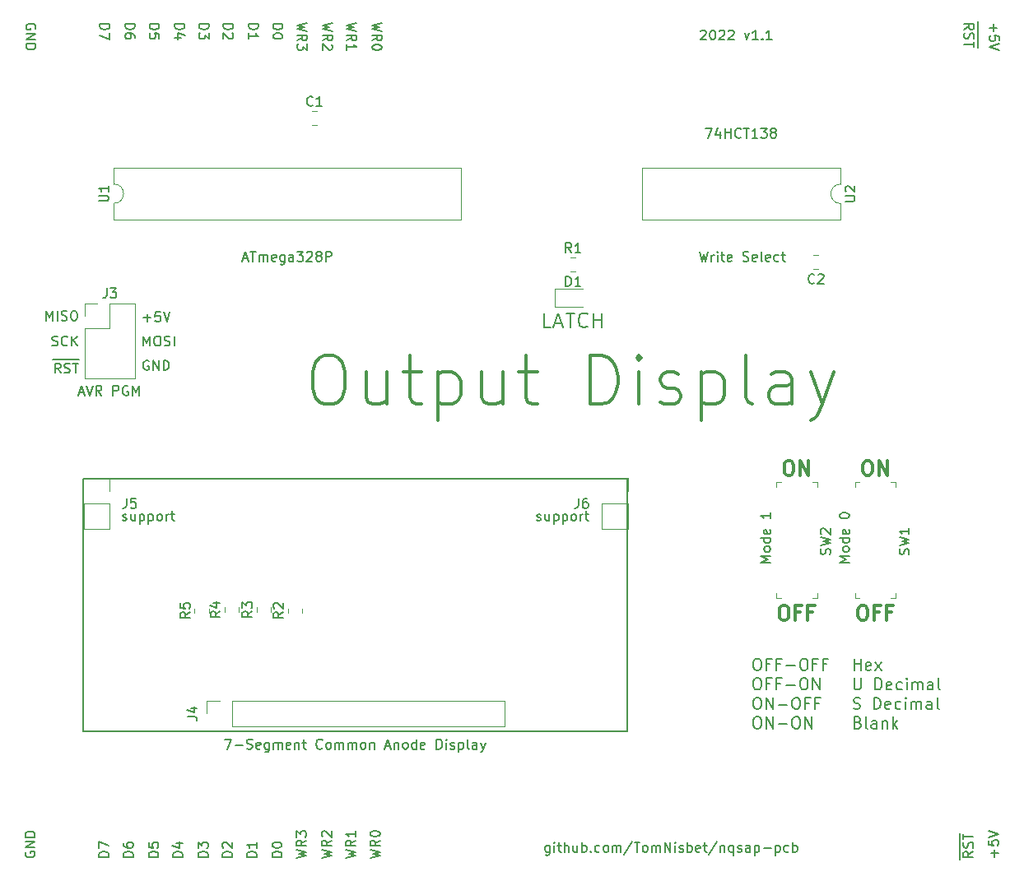
<source format=gto>
G04 #@! TF.GenerationSoftware,KiCad,Pcbnew,(5.1.9)-1*
G04 #@! TF.CreationDate,2022-07-23T12:13:44-04:00*
G04 #@! TF.ProjectId,output-led,6f757470-7574-42d6-9c65-642e6b696361,1.1*
G04 #@! TF.SameCoordinates,Original*
G04 #@! TF.FileFunction,Legend,Top*
G04 #@! TF.FilePolarity,Positive*
%FSLAX46Y46*%
G04 Gerber Fmt 4.6, Leading zero omitted, Abs format (unit mm)*
G04 Created by KiCad (PCBNEW (5.1.9)-1) date 2022-07-23 12:13:44*
%MOMM*%
%LPD*%
G01*
G04 APERTURE LIST*
%ADD10C,0.150000*%
%ADD11C,0.300000*%
%ADD12C,0.200000*%
%ADD13C,0.120000*%
%ADD14C,0.100000*%
%ADD15C,0.170000*%
%ADD16O,1.700000X1.700000*%
%ADD17R,1.700000X1.700000*%
%ADD18C,1.900000*%
%ADD19R,1.900000X1.900000*%
%ADD20O,1.600000X1.600000*%
%ADD21R,1.600000X1.600000*%
G04 APERTURE END LIST*
D10*
X155333333Y-48847619D02*
X155380952Y-48800000D01*
X155476190Y-48752380D01*
X155714285Y-48752380D01*
X155809523Y-48800000D01*
X155857142Y-48847619D01*
X155904761Y-48942857D01*
X155904761Y-49038095D01*
X155857142Y-49180952D01*
X155285714Y-49752380D01*
X155904761Y-49752380D01*
X156523809Y-48752380D02*
X156619047Y-48752380D01*
X156714285Y-48800000D01*
X156761904Y-48847619D01*
X156809523Y-48942857D01*
X156857142Y-49133333D01*
X156857142Y-49371428D01*
X156809523Y-49561904D01*
X156761904Y-49657142D01*
X156714285Y-49704761D01*
X156619047Y-49752380D01*
X156523809Y-49752380D01*
X156428571Y-49704761D01*
X156380952Y-49657142D01*
X156333333Y-49561904D01*
X156285714Y-49371428D01*
X156285714Y-49133333D01*
X156333333Y-48942857D01*
X156380952Y-48847619D01*
X156428571Y-48800000D01*
X156523809Y-48752380D01*
X157238095Y-48847619D02*
X157285714Y-48800000D01*
X157380952Y-48752380D01*
X157619047Y-48752380D01*
X157714285Y-48800000D01*
X157761904Y-48847619D01*
X157809523Y-48942857D01*
X157809523Y-49038095D01*
X157761904Y-49180952D01*
X157190476Y-49752380D01*
X157809523Y-49752380D01*
X158190476Y-48847619D02*
X158238095Y-48800000D01*
X158333333Y-48752380D01*
X158571428Y-48752380D01*
X158666666Y-48800000D01*
X158714285Y-48847619D01*
X158761904Y-48942857D01*
X158761904Y-49038095D01*
X158714285Y-49180952D01*
X158142857Y-49752380D01*
X158761904Y-49752380D01*
X159857142Y-49085714D02*
X160095238Y-49752380D01*
X160333333Y-49085714D01*
X161238095Y-49752380D02*
X160666666Y-49752380D01*
X160952380Y-49752380D02*
X160952380Y-48752380D01*
X160857142Y-48895238D01*
X160761904Y-48990476D01*
X160666666Y-49038095D01*
X161666666Y-49657142D02*
X161714285Y-49704761D01*
X161666666Y-49752380D01*
X161619047Y-49704761D01*
X161666666Y-49657142D01*
X161666666Y-49752380D01*
X162666666Y-49752380D02*
X162095238Y-49752380D01*
X162380952Y-49752380D02*
X162380952Y-48752380D01*
X162285714Y-48895238D01*
X162190476Y-48990476D01*
X162095238Y-49038095D01*
X139800000Y-132685714D02*
X139800000Y-133495238D01*
X139752380Y-133590476D01*
X139704761Y-133638095D01*
X139609523Y-133685714D01*
X139466666Y-133685714D01*
X139371428Y-133638095D01*
X139800000Y-133304761D02*
X139704761Y-133352380D01*
X139514285Y-133352380D01*
X139419047Y-133304761D01*
X139371428Y-133257142D01*
X139323809Y-133161904D01*
X139323809Y-132876190D01*
X139371428Y-132780952D01*
X139419047Y-132733333D01*
X139514285Y-132685714D01*
X139704761Y-132685714D01*
X139800000Y-132733333D01*
X140276190Y-133352380D02*
X140276190Y-132685714D01*
X140276190Y-132352380D02*
X140228571Y-132400000D01*
X140276190Y-132447619D01*
X140323809Y-132400000D01*
X140276190Y-132352380D01*
X140276190Y-132447619D01*
X140609523Y-132685714D02*
X140990476Y-132685714D01*
X140752380Y-132352380D02*
X140752380Y-133209523D01*
X140800000Y-133304761D01*
X140895238Y-133352380D01*
X140990476Y-133352380D01*
X141323809Y-133352380D02*
X141323809Y-132352380D01*
X141752380Y-133352380D02*
X141752380Y-132828571D01*
X141704761Y-132733333D01*
X141609523Y-132685714D01*
X141466666Y-132685714D01*
X141371428Y-132733333D01*
X141323809Y-132780952D01*
X142657142Y-132685714D02*
X142657142Y-133352380D01*
X142228571Y-132685714D02*
X142228571Y-133209523D01*
X142276190Y-133304761D01*
X142371428Y-133352380D01*
X142514285Y-133352380D01*
X142609523Y-133304761D01*
X142657142Y-133257142D01*
X143133333Y-133352380D02*
X143133333Y-132352380D01*
X143133333Y-132733333D02*
X143228571Y-132685714D01*
X143419047Y-132685714D01*
X143514285Y-132733333D01*
X143561904Y-132780952D01*
X143609523Y-132876190D01*
X143609523Y-133161904D01*
X143561904Y-133257142D01*
X143514285Y-133304761D01*
X143419047Y-133352380D01*
X143228571Y-133352380D01*
X143133333Y-133304761D01*
X144038095Y-133257142D02*
X144085714Y-133304761D01*
X144038095Y-133352380D01*
X143990476Y-133304761D01*
X144038095Y-133257142D01*
X144038095Y-133352380D01*
X144942857Y-133304761D02*
X144847619Y-133352380D01*
X144657142Y-133352380D01*
X144561904Y-133304761D01*
X144514285Y-133257142D01*
X144466666Y-133161904D01*
X144466666Y-132876190D01*
X144514285Y-132780952D01*
X144561904Y-132733333D01*
X144657142Y-132685714D01*
X144847619Y-132685714D01*
X144942857Y-132733333D01*
X145514285Y-133352380D02*
X145419047Y-133304761D01*
X145371428Y-133257142D01*
X145323809Y-133161904D01*
X145323809Y-132876190D01*
X145371428Y-132780952D01*
X145419047Y-132733333D01*
X145514285Y-132685714D01*
X145657142Y-132685714D01*
X145752380Y-132733333D01*
X145800000Y-132780952D01*
X145847619Y-132876190D01*
X145847619Y-133161904D01*
X145800000Y-133257142D01*
X145752380Y-133304761D01*
X145657142Y-133352380D01*
X145514285Y-133352380D01*
X146276190Y-133352380D02*
X146276190Y-132685714D01*
X146276190Y-132780952D02*
X146323809Y-132733333D01*
X146419047Y-132685714D01*
X146561904Y-132685714D01*
X146657142Y-132733333D01*
X146704761Y-132828571D01*
X146704761Y-133352380D01*
X146704761Y-132828571D02*
X146752380Y-132733333D01*
X146847619Y-132685714D01*
X146990476Y-132685714D01*
X147085714Y-132733333D01*
X147133333Y-132828571D01*
X147133333Y-133352380D01*
X148323809Y-132304761D02*
X147466666Y-133590476D01*
X148514285Y-132352380D02*
X149085714Y-132352380D01*
X148800000Y-133352380D02*
X148800000Y-132352380D01*
X149561904Y-133352380D02*
X149466666Y-133304761D01*
X149419047Y-133257142D01*
X149371428Y-133161904D01*
X149371428Y-132876190D01*
X149419047Y-132780952D01*
X149466666Y-132733333D01*
X149561904Y-132685714D01*
X149704761Y-132685714D01*
X149800000Y-132733333D01*
X149847619Y-132780952D01*
X149895238Y-132876190D01*
X149895238Y-133161904D01*
X149847619Y-133257142D01*
X149800000Y-133304761D01*
X149704761Y-133352380D01*
X149561904Y-133352380D01*
X150323809Y-133352380D02*
X150323809Y-132685714D01*
X150323809Y-132780952D02*
X150371428Y-132733333D01*
X150466666Y-132685714D01*
X150609523Y-132685714D01*
X150704761Y-132733333D01*
X150752380Y-132828571D01*
X150752380Y-133352380D01*
X150752380Y-132828571D02*
X150800000Y-132733333D01*
X150895238Y-132685714D01*
X151038095Y-132685714D01*
X151133333Y-132733333D01*
X151180952Y-132828571D01*
X151180952Y-133352380D01*
X151657142Y-133352380D02*
X151657142Y-132352380D01*
X152228571Y-133352380D01*
X152228571Y-132352380D01*
X152704761Y-133352380D02*
X152704761Y-132685714D01*
X152704761Y-132352380D02*
X152657142Y-132400000D01*
X152704761Y-132447619D01*
X152752380Y-132400000D01*
X152704761Y-132352380D01*
X152704761Y-132447619D01*
X153133333Y-133304761D02*
X153228571Y-133352380D01*
X153419047Y-133352380D01*
X153514285Y-133304761D01*
X153561904Y-133209523D01*
X153561904Y-133161904D01*
X153514285Y-133066666D01*
X153419047Y-133019047D01*
X153276190Y-133019047D01*
X153180952Y-132971428D01*
X153133333Y-132876190D01*
X153133333Y-132828571D01*
X153180952Y-132733333D01*
X153276190Y-132685714D01*
X153419047Y-132685714D01*
X153514285Y-132733333D01*
X153990476Y-133352380D02*
X153990476Y-132352380D01*
X153990476Y-132733333D02*
X154085714Y-132685714D01*
X154276190Y-132685714D01*
X154371428Y-132733333D01*
X154419047Y-132780952D01*
X154466666Y-132876190D01*
X154466666Y-133161904D01*
X154419047Y-133257142D01*
X154371428Y-133304761D01*
X154276190Y-133352380D01*
X154085714Y-133352380D01*
X153990476Y-133304761D01*
X155276190Y-133304761D02*
X155180952Y-133352380D01*
X154990476Y-133352380D01*
X154895238Y-133304761D01*
X154847619Y-133209523D01*
X154847619Y-132828571D01*
X154895238Y-132733333D01*
X154990476Y-132685714D01*
X155180952Y-132685714D01*
X155276190Y-132733333D01*
X155323809Y-132828571D01*
X155323809Y-132923809D01*
X154847619Y-133019047D01*
X155609523Y-132685714D02*
X155990476Y-132685714D01*
X155752380Y-132352380D02*
X155752380Y-133209523D01*
X155800000Y-133304761D01*
X155895238Y-133352380D01*
X155990476Y-133352380D01*
X157038095Y-132304761D02*
X156180952Y-133590476D01*
X157371428Y-132685714D02*
X157371428Y-133352380D01*
X157371428Y-132780952D02*
X157419047Y-132733333D01*
X157514285Y-132685714D01*
X157657142Y-132685714D01*
X157752380Y-132733333D01*
X157800000Y-132828571D01*
X157800000Y-133352380D01*
X158704761Y-132685714D02*
X158704761Y-133685714D01*
X158704761Y-133304761D02*
X158609523Y-133352380D01*
X158419047Y-133352380D01*
X158323809Y-133304761D01*
X158276190Y-133257142D01*
X158228571Y-133161904D01*
X158228571Y-132876190D01*
X158276190Y-132780952D01*
X158323809Y-132733333D01*
X158419047Y-132685714D01*
X158609523Y-132685714D01*
X158704761Y-132733333D01*
X159133333Y-133304761D02*
X159228571Y-133352380D01*
X159419047Y-133352380D01*
X159514285Y-133304761D01*
X159561904Y-133209523D01*
X159561904Y-133161904D01*
X159514285Y-133066666D01*
X159419047Y-133019047D01*
X159276190Y-133019047D01*
X159180952Y-132971428D01*
X159133333Y-132876190D01*
X159133333Y-132828571D01*
X159180952Y-132733333D01*
X159276190Y-132685714D01*
X159419047Y-132685714D01*
X159514285Y-132733333D01*
X160419047Y-133352380D02*
X160419047Y-132828571D01*
X160371428Y-132733333D01*
X160276190Y-132685714D01*
X160085714Y-132685714D01*
X159990476Y-132733333D01*
X160419047Y-133304761D02*
X160323809Y-133352380D01*
X160085714Y-133352380D01*
X159990476Y-133304761D01*
X159942857Y-133209523D01*
X159942857Y-133114285D01*
X159990476Y-133019047D01*
X160085714Y-132971428D01*
X160323809Y-132971428D01*
X160419047Y-132923809D01*
X160895238Y-132685714D02*
X160895238Y-133685714D01*
X160895238Y-132733333D02*
X160990476Y-132685714D01*
X161180952Y-132685714D01*
X161276190Y-132733333D01*
X161323809Y-132780952D01*
X161371428Y-132876190D01*
X161371428Y-133161904D01*
X161323809Y-133257142D01*
X161276190Y-133304761D01*
X161180952Y-133352380D01*
X160990476Y-133352380D01*
X160895238Y-133304761D01*
X161800000Y-132971428D02*
X162561904Y-132971428D01*
X163038095Y-132685714D02*
X163038095Y-133685714D01*
X163038095Y-132733333D02*
X163133333Y-132685714D01*
X163323809Y-132685714D01*
X163419047Y-132733333D01*
X163466666Y-132780952D01*
X163514285Y-132876190D01*
X163514285Y-133161904D01*
X163466666Y-133257142D01*
X163419047Y-133304761D01*
X163323809Y-133352380D01*
X163133333Y-133352380D01*
X163038095Y-133304761D01*
X164371428Y-133304761D02*
X164276190Y-133352380D01*
X164085714Y-133352380D01*
X163990476Y-133304761D01*
X163942857Y-133257142D01*
X163895238Y-133161904D01*
X163895238Y-132876190D01*
X163942857Y-132780952D01*
X163990476Y-132733333D01*
X164085714Y-132685714D01*
X164276190Y-132685714D01*
X164371428Y-132733333D01*
X164800000Y-133352380D02*
X164800000Y-132352380D01*
X164800000Y-132733333D02*
X164895238Y-132685714D01*
X165085714Y-132685714D01*
X165180952Y-132733333D01*
X165228571Y-132780952D01*
X165276190Y-132876190D01*
X165276190Y-133161904D01*
X165228571Y-133257142D01*
X165180952Y-133304761D01*
X165085714Y-133352380D01*
X164895238Y-133352380D01*
X164800000Y-133304761D01*
X88021547Y-78652380D02*
X88021547Y-77652380D01*
X88354880Y-78366666D01*
X88688214Y-77652380D01*
X88688214Y-78652380D01*
X89164404Y-78652380D02*
X89164404Y-77652380D01*
X89592976Y-78604761D02*
X89735833Y-78652380D01*
X89973928Y-78652380D01*
X90069166Y-78604761D01*
X90116785Y-78557142D01*
X90164404Y-78461904D01*
X90164404Y-78366666D01*
X90116785Y-78271428D01*
X90069166Y-78223809D01*
X89973928Y-78176190D01*
X89783452Y-78128571D01*
X89688214Y-78080952D01*
X89640595Y-78033333D01*
X89592976Y-77938095D01*
X89592976Y-77842857D01*
X89640595Y-77747619D01*
X89688214Y-77700000D01*
X89783452Y-77652380D01*
X90021547Y-77652380D01*
X90164404Y-77700000D01*
X90783452Y-77652380D02*
X90973928Y-77652380D01*
X91069166Y-77700000D01*
X91164404Y-77795238D01*
X91212023Y-77985714D01*
X91212023Y-78319047D01*
X91164404Y-78509523D01*
X91069166Y-78604761D01*
X90973928Y-78652380D01*
X90783452Y-78652380D01*
X90688214Y-78604761D01*
X90592976Y-78509523D01*
X90545357Y-78319047D01*
X90545357Y-77985714D01*
X90592976Y-77795238D01*
X90688214Y-77700000D01*
X90783452Y-77652380D01*
X88688214Y-82685000D02*
X89688214Y-82685000D01*
X89497738Y-84052380D02*
X89164404Y-83576190D01*
X88926309Y-84052380D02*
X88926309Y-83052380D01*
X89307261Y-83052380D01*
X89402500Y-83100000D01*
X89450119Y-83147619D01*
X89497738Y-83242857D01*
X89497738Y-83385714D01*
X89450119Y-83480952D01*
X89402500Y-83528571D01*
X89307261Y-83576190D01*
X88926309Y-83576190D01*
X89688214Y-82685000D02*
X90640595Y-82685000D01*
X89878690Y-84004761D02*
X90021547Y-84052380D01*
X90259642Y-84052380D01*
X90354880Y-84004761D01*
X90402500Y-83957142D01*
X90450119Y-83861904D01*
X90450119Y-83766666D01*
X90402500Y-83671428D01*
X90354880Y-83623809D01*
X90259642Y-83576190D01*
X90069166Y-83528571D01*
X89973928Y-83480952D01*
X89926309Y-83433333D01*
X89878690Y-83338095D01*
X89878690Y-83242857D01*
X89926309Y-83147619D01*
X89973928Y-83100000D01*
X90069166Y-83052380D01*
X90307261Y-83052380D01*
X90450119Y-83100000D01*
X90640595Y-82685000D02*
X91402500Y-82685000D01*
X90735833Y-83052380D02*
X91307261Y-83052380D01*
X91021547Y-84052380D02*
X91021547Y-83052380D01*
X88640595Y-81204761D02*
X88783452Y-81252380D01*
X89021547Y-81252380D01*
X89116785Y-81204761D01*
X89164404Y-81157142D01*
X89212023Y-81061904D01*
X89212023Y-80966666D01*
X89164404Y-80871428D01*
X89116785Y-80823809D01*
X89021547Y-80776190D01*
X88831071Y-80728571D01*
X88735833Y-80680952D01*
X88688214Y-80633333D01*
X88640595Y-80538095D01*
X88640595Y-80442857D01*
X88688214Y-80347619D01*
X88735833Y-80300000D01*
X88831071Y-80252380D01*
X89069166Y-80252380D01*
X89212023Y-80300000D01*
X90212023Y-81157142D02*
X90164404Y-81204761D01*
X90021547Y-81252380D01*
X89926309Y-81252380D01*
X89783452Y-81204761D01*
X89688214Y-81109523D01*
X89640595Y-81014285D01*
X89592976Y-80823809D01*
X89592976Y-80680952D01*
X89640595Y-80490476D01*
X89688214Y-80395238D01*
X89783452Y-80300000D01*
X89926309Y-80252380D01*
X90021547Y-80252380D01*
X90164404Y-80300000D01*
X90212023Y-80347619D01*
X90640595Y-81252380D02*
X90640595Y-80252380D01*
X91212023Y-81252380D02*
X90783452Y-80680952D01*
X91212023Y-80252380D02*
X90640595Y-80823809D01*
X98559404Y-82800000D02*
X98464166Y-82752380D01*
X98321309Y-82752380D01*
X98178452Y-82800000D01*
X98083214Y-82895238D01*
X98035595Y-82990476D01*
X97987976Y-83180952D01*
X97987976Y-83323809D01*
X98035595Y-83514285D01*
X98083214Y-83609523D01*
X98178452Y-83704761D01*
X98321309Y-83752380D01*
X98416547Y-83752380D01*
X98559404Y-83704761D01*
X98607023Y-83657142D01*
X98607023Y-83323809D01*
X98416547Y-83323809D01*
X99035595Y-83752380D02*
X99035595Y-82752380D01*
X99607023Y-83752380D01*
X99607023Y-82752380D01*
X100083214Y-83752380D02*
X100083214Y-82752380D01*
X100321309Y-82752380D01*
X100464166Y-82800000D01*
X100559404Y-82895238D01*
X100607023Y-82990476D01*
X100654642Y-83180952D01*
X100654642Y-83323809D01*
X100607023Y-83514285D01*
X100559404Y-83609523D01*
X100464166Y-83704761D01*
X100321309Y-83752380D01*
X100083214Y-83752380D01*
X98035595Y-78371428D02*
X98797500Y-78371428D01*
X98416547Y-78752380D02*
X98416547Y-77990476D01*
X99749880Y-77752380D02*
X99273690Y-77752380D01*
X99226071Y-78228571D01*
X99273690Y-78180952D01*
X99368928Y-78133333D01*
X99607023Y-78133333D01*
X99702261Y-78180952D01*
X99749880Y-78228571D01*
X99797500Y-78323809D01*
X99797500Y-78561904D01*
X99749880Y-78657142D01*
X99702261Y-78704761D01*
X99607023Y-78752380D01*
X99368928Y-78752380D01*
X99273690Y-78704761D01*
X99226071Y-78657142D01*
X100083214Y-77752380D02*
X100416547Y-78752380D01*
X100749880Y-77752380D01*
X98035595Y-81252380D02*
X98035595Y-80252380D01*
X98368928Y-80966666D01*
X98702261Y-80252380D01*
X98702261Y-81252380D01*
X99368928Y-80252380D02*
X99559404Y-80252380D01*
X99654642Y-80300000D01*
X99749880Y-80395238D01*
X99797500Y-80585714D01*
X99797500Y-80919047D01*
X99749880Y-81109523D01*
X99654642Y-81204761D01*
X99559404Y-81252380D01*
X99368928Y-81252380D01*
X99273690Y-81204761D01*
X99178452Y-81109523D01*
X99130833Y-80919047D01*
X99130833Y-80585714D01*
X99178452Y-80395238D01*
X99273690Y-80300000D01*
X99368928Y-80252380D01*
X100178452Y-81204761D02*
X100321309Y-81252380D01*
X100559404Y-81252380D01*
X100654642Y-81204761D01*
X100702261Y-81157142D01*
X100749880Y-81061904D01*
X100749880Y-80966666D01*
X100702261Y-80871428D01*
X100654642Y-80823809D01*
X100559404Y-80776190D01*
X100368928Y-80728571D01*
X100273690Y-80680952D01*
X100226071Y-80633333D01*
X100178452Y-80538095D01*
X100178452Y-80442857D01*
X100226071Y-80347619D01*
X100273690Y-80300000D01*
X100368928Y-80252380D01*
X100607023Y-80252380D01*
X100749880Y-80300000D01*
X101178452Y-81252380D02*
X101178452Y-80252380D01*
D11*
X164271428Y-93078571D02*
X164557142Y-93078571D01*
X164700000Y-93150000D01*
X164842857Y-93292857D01*
X164914285Y-93578571D01*
X164914285Y-94078571D01*
X164842857Y-94364285D01*
X164700000Y-94507142D01*
X164557142Y-94578571D01*
X164271428Y-94578571D01*
X164128571Y-94507142D01*
X163985714Y-94364285D01*
X163914285Y-94078571D01*
X163914285Y-93578571D01*
X163985714Y-93292857D01*
X164128571Y-93150000D01*
X164271428Y-93078571D01*
X165557142Y-94578571D02*
X165557142Y-93078571D01*
X166414285Y-94578571D01*
X166414285Y-93078571D01*
X172371428Y-93078571D02*
X172657142Y-93078571D01*
X172800000Y-93150000D01*
X172942857Y-93292857D01*
X173014285Y-93578571D01*
X173014285Y-94078571D01*
X172942857Y-94364285D01*
X172800000Y-94507142D01*
X172657142Y-94578571D01*
X172371428Y-94578571D01*
X172228571Y-94507142D01*
X172085714Y-94364285D01*
X172014285Y-94078571D01*
X172014285Y-93578571D01*
X172085714Y-93292857D01*
X172228571Y-93150000D01*
X172371428Y-93078571D01*
X173657142Y-94578571D02*
X173657142Y-93078571D01*
X174514285Y-94578571D01*
X174514285Y-93078571D01*
X171871428Y-107978571D02*
X172157142Y-107978571D01*
X172300000Y-108050000D01*
X172442857Y-108192857D01*
X172514285Y-108478571D01*
X172514285Y-108978571D01*
X172442857Y-109264285D01*
X172300000Y-109407142D01*
X172157142Y-109478571D01*
X171871428Y-109478571D01*
X171728571Y-109407142D01*
X171585714Y-109264285D01*
X171514285Y-108978571D01*
X171514285Y-108478571D01*
X171585714Y-108192857D01*
X171728571Y-108050000D01*
X171871428Y-107978571D01*
X173657142Y-108692857D02*
X173157142Y-108692857D01*
X173157142Y-109478571D02*
X173157142Y-107978571D01*
X173871428Y-107978571D01*
X174942857Y-108692857D02*
X174442857Y-108692857D01*
X174442857Y-109478571D02*
X174442857Y-107978571D01*
X175157142Y-107978571D01*
X163771428Y-107978571D02*
X164057142Y-107978571D01*
X164200000Y-108050000D01*
X164342857Y-108192857D01*
X164414285Y-108478571D01*
X164414285Y-108978571D01*
X164342857Y-109264285D01*
X164200000Y-109407142D01*
X164057142Y-109478571D01*
X163771428Y-109478571D01*
X163628571Y-109407142D01*
X163485714Y-109264285D01*
X163414285Y-108978571D01*
X163414285Y-108478571D01*
X163485714Y-108192857D01*
X163628571Y-108050000D01*
X163771428Y-107978571D01*
X165557142Y-108692857D02*
X165057142Y-108692857D01*
X165057142Y-109478571D02*
X165057142Y-107978571D01*
X165771428Y-107978571D01*
X166842857Y-108692857D02*
X166342857Y-108692857D01*
X166342857Y-109478571D02*
X166342857Y-107978571D01*
X167057142Y-107978571D01*
D12*
X171115714Y-114642857D02*
X171115714Y-113442857D01*
X171115714Y-114014285D02*
X171801428Y-114014285D01*
X171801428Y-114642857D02*
X171801428Y-113442857D01*
X172830000Y-114585714D02*
X172715714Y-114642857D01*
X172487142Y-114642857D01*
X172372857Y-114585714D01*
X172315714Y-114471428D01*
X172315714Y-114014285D01*
X172372857Y-113900000D01*
X172487142Y-113842857D01*
X172715714Y-113842857D01*
X172830000Y-113900000D01*
X172887142Y-114014285D01*
X172887142Y-114128571D01*
X172315714Y-114242857D01*
X173287142Y-114642857D02*
X173915714Y-113842857D01*
X173287142Y-113842857D02*
X173915714Y-114642857D01*
X171115714Y-115442857D02*
X171115714Y-116414285D01*
X171172857Y-116528571D01*
X171230000Y-116585714D01*
X171344285Y-116642857D01*
X171572857Y-116642857D01*
X171687142Y-116585714D01*
X171744285Y-116528571D01*
X171801428Y-116414285D01*
X171801428Y-115442857D01*
X173287142Y-116642857D02*
X173287142Y-115442857D01*
X173572857Y-115442857D01*
X173744285Y-115500000D01*
X173858571Y-115614285D01*
X173915714Y-115728571D01*
X173972857Y-115957142D01*
X173972857Y-116128571D01*
X173915714Y-116357142D01*
X173858571Y-116471428D01*
X173744285Y-116585714D01*
X173572857Y-116642857D01*
X173287142Y-116642857D01*
X174944285Y-116585714D02*
X174830000Y-116642857D01*
X174601428Y-116642857D01*
X174487142Y-116585714D01*
X174430000Y-116471428D01*
X174430000Y-116014285D01*
X174487142Y-115900000D01*
X174601428Y-115842857D01*
X174830000Y-115842857D01*
X174944285Y-115900000D01*
X175001428Y-116014285D01*
X175001428Y-116128571D01*
X174430000Y-116242857D01*
X176030000Y-116585714D02*
X175915714Y-116642857D01*
X175687142Y-116642857D01*
X175572857Y-116585714D01*
X175515714Y-116528571D01*
X175458571Y-116414285D01*
X175458571Y-116071428D01*
X175515714Y-115957142D01*
X175572857Y-115900000D01*
X175687142Y-115842857D01*
X175915714Y-115842857D01*
X176030000Y-115900000D01*
X176544285Y-116642857D02*
X176544285Y-115842857D01*
X176544285Y-115442857D02*
X176487142Y-115500000D01*
X176544285Y-115557142D01*
X176601428Y-115500000D01*
X176544285Y-115442857D01*
X176544285Y-115557142D01*
X177115714Y-116642857D02*
X177115714Y-115842857D01*
X177115714Y-115957142D02*
X177172857Y-115900000D01*
X177287142Y-115842857D01*
X177458571Y-115842857D01*
X177572857Y-115900000D01*
X177630000Y-116014285D01*
X177630000Y-116642857D01*
X177630000Y-116014285D02*
X177687142Y-115900000D01*
X177801428Y-115842857D01*
X177972857Y-115842857D01*
X178087142Y-115900000D01*
X178144285Y-116014285D01*
X178144285Y-116642857D01*
X179230000Y-116642857D02*
X179230000Y-116014285D01*
X179172857Y-115900000D01*
X179058571Y-115842857D01*
X178830000Y-115842857D01*
X178715714Y-115900000D01*
X179230000Y-116585714D02*
X179115714Y-116642857D01*
X178830000Y-116642857D01*
X178715714Y-116585714D01*
X178658571Y-116471428D01*
X178658571Y-116357142D01*
X178715714Y-116242857D01*
X178830000Y-116185714D01*
X179115714Y-116185714D01*
X179230000Y-116128571D01*
X179972857Y-116642857D02*
X179858571Y-116585714D01*
X179801428Y-116471428D01*
X179801428Y-115442857D01*
X171058571Y-118585714D02*
X171230000Y-118642857D01*
X171515714Y-118642857D01*
X171630000Y-118585714D01*
X171687142Y-118528571D01*
X171744285Y-118414285D01*
X171744285Y-118300000D01*
X171687142Y-118185714D01*
X171630000Y-118128571D01*
X171515714Y-118071428D01*
X171287142Y-118014285D01*
X171172857Y-117957142D01*
X171115714Y-117900000D01*
X171058571Y-117785714D01*
X171058571Y-117671428D01*
X171115714Y-117557142D01*
X171172857Y-117500000D01*
X171287142Y-117442857D01*
X171572857Y-117442857D01*
X171744285Y-117500000D01*
X173172857Y-118642857D02*
X173172857Y-117442857D01*
X173458571Y-117442857D01*
X173630000Y-117500000D01*
X173744285Y-117614285D01*
X173801428Y-117728571D01*
X173858571Y-117957142D01*
X173858571Y-118128571D01*
X173801428Y-118357142D01*
X173744285Y-118471428D01*
X173630000Y-118585714D01*
X173458571Y-118642857D01*
X173172857Y-118642857D01*
X174830000Y-118585714D02*
X174715714Y-118642857D01*
X174487142Y-118642857D01*
X174372857Y-118585714D01*
X174315714Y-118471428D01*
X174315714Y-118014285D01*
X174372857Y-117900000D01*
X174487142Y-117842857D01*
X174715714Y-117842857D01*
X174830000Y-117900000D01*
X174887142Y-118014285D01*
X174887142Y-118128571D01*
X174315714Y-118242857D01*
X175915714Y-118585714D02*
X175801428Y-118642857D01*
X175572857Y-118642857D01*
X175458571Y-118585714D01*
X175401428Y-118528571D01*
X175344285Y-118414285D01*
X175344285Y-118071428D01*
X175401428Y-117957142D01*
X175458571Y-117900000D01*
X175572857Y-117842857D01*
X175801428Y-117842857D01*
X175915714Y-117900000D01*
X176430000Y-118642857D02*
X176430000Y-117842857D01*
X176430000Y-117442857D02*
X176372857Y-117500000D01*
X176430000Y-117557142D01*
X176487142Y-117500000D01*
X176430000Y-117442857D01*
X176430000Y-117557142D01*
X177001428Y-118642857D02*
X177001428Y-117842857D01*
X177001428Y-117957142D02*
X177058571Y-117900000D01*
X177172857Y-117842857D01*
X177344285Y-117842857D01*
X177458571Y-117900000D01*
X177515714Y-118014285D01*
X177515714Y-118642857D01*
X177515714Y-118014285D02*
X177572857Y-117900000D01*
X177687142Y-117842857D01*
X177858571Y-117842857D01*
X177972857Y-117900000D01*
X178030000Y-118014285D01*
X178030000Y-118642857D01*
X179115714Y-118642857D02*
X179115714Y-118014285D01*
X179058571Y-117900000D01*
X178944285Y-117842857D01*
X178715714Y-117842857D01*
X178601428Y-117900000D01*
X179115714Y-118585714D02*
X179001428Y-118642857D01*
X178715714Y-118642857D01*
X178601428Y-118585714D01*
X178544285Y-118471428D01*
X178544285Y-118357142D01*
X178601428Y-118242857D01*
X178715714Y-118185714D01*
X179001428Y-118185714D01*
X179115714Y-118128571D01*
X179858571Y-118642857D02*
X179744285Y-118585714D01*
X179687142Y-118471428D01*
X179687142Y-117442857D01*
X171515714Y-120014285D02*
X171687142Y-120071428D01*
X171744285Y-120128571D01*
X171801428Y-120242857D01*
X171801428Y-120414285D01*
X171744285Y-120528571D01*
X171687142Y-120585714D01*
X171572857Y-120642857D01*
X171115714Y-120642857D01*
X171115714Y-119442857D01*
X171515714Y-119442857D01*
X171630000Y-119500000D01*
X171687142Y-119557142D01*
X171744285Y-119671428D01*
X171744285Y-119785714D01*
X171687142Y-119900000D01*
X171630000Y-119957142D01*
X171515714Y-120014285D01*
X171115714Y-120014285D01*
X172487142Y-120642857D02*
X172372857Y-120585714D01*
X172315714Y-120471428D01*
X172315714Y-119442857D01*
X173458571Y-120642857D02*
X173458571Y-120014285D01*
X173401428Y-119900000D01*
X173287142Y-119842857D01*
X173058571Y-119842857D01*
X172944285Y-119900000D01*
X173458571Y-120585714D02*
X173344285Y-120642857D01*
X173058571Y-120642857D01*
X172944285Y-120585714D01*
X172887142Y-120471428D01*
X172887142Y-120357142D01*
X172944285Y-120242857D01*
X173058571Y-120185714D01*
X173344285Y-120185714D01*
X173458571Y-120128571D01*
X174030000Y-119842857D02*
X174030000Y-120642857D01*
X174030000Y-119957142D02*
X174087142Y-119900000D01*
X174201428Y-119842857D01*
X174372857Y-119842857D01*
X174487142Y-119900000D01*
X174544285Y-120014285D01*
X174544285Y-120642857D01*
X175115714Y-120642857D02*
X175115714Y-119442857D01*
X175230000Y-120185714D02*
X175572857Y-120642857D01*
X175572857Y-119842857D02*
X175115714Y-120300000D01*
X161044285Y-113442857D02*
X161272857Y-113442857D01*
X161387142Y-113500000D01*
X161501428Y-113614285D01*
X161558571Y-113842857D01*
X161558571Y-114242857D01*
X161501428Y-114471428D01*
X161387142Y-114585714D01*
X161272857Y-114642857D01*
X161044285Y-114642857D01*
X160930000Y-114585714D01*
X160815714Y-114471428D01*
X160758571Y-114242857D01*
X160758571Y-113842857D01*
X160815714Y-113614285D01*
X160930000Y-113500000D01*
X161044285Y-113442857D01*
X162472857Y-114014285D02*
X162072857Y-114014285D01*
X162072857Y-114642857D02*
X162072857Y-113442857D01*
X162644285Y-113442857D01*
X163501428Y-114014285D02*
X163101428Y-114014285D01*
X163101428Y-114642857D02*
X163101428Y-113442857D01*
X163672857Y-113442857D01*
X164130000Y-114185714D02*
X165044285Y-114185714D01*
X165844285Y-113442857D02*
X166072857Y-113442857D01*
X166187142Y-113500000D01*
X166301428Y-113614285D01*
X166358571Y-113842857D01*
X166358571Y-114242857D01*
X166301428Y-114471428D01*
X166187142Y-114585714D01*
X166072857Y-114642857D01*
X165844285Y-114642857D01*
X165730000Y-114585714D01*
X165615714Y-114471428D01*
X165558571Y-114242857D01*
X165558571Y-113842857D01*
X165615714Y-113614285D01*
X165730000Y-113500000D01*
X165844285Y-113442857D01*
X167272857Y-114014285D02*
X166872857Y-114014285D01*
X166872857Y-114642857D02*
X166872857Y-113442857D01*
X167444285Y-113442857D01*
X168301428Y-114014285D02*
X167901428Y-114014285D01*
X167901428Y-114642857D02*
X167901428Y-113442857D01*
X168472857Y-113442857D01*
X161044285Y-115442857D02*
X161272857Y-115442857D01*
X161387142Y-115500000D01*
X161501428Y-115614285D01*
X161558571Y-115842857D01*
X161558571Y-116242857D01*
X161501428Y-116471428D01*
X161387142Y-116585714D01*
X161272857Y-116642857D01*
X161044285Y-116642857D01*
X160930000Y-116585714D01*
X160815714Y-116471428D01*
X160758571Y-116242857D01*
X160758571Y-115842857D01*
X160815714Y-115614285D01*
X160930000Y-115500000D01*
X161044285Y-115442857D01*
X162472857Y-116014285D02*
X162072857Y-116014285D01*
X162072857Y-116642857D02*
X162072857Y-115442857D01*
X162644285Y-115442857D01*
X163501428Y-116014285D02*
X163101428Y-116014285D01*
X163101428Y-116642857D02*
X163101428Y-115442857D01*
X163672857Y-115442857D01*
X164130000Y-116185714D02*
X165044285Y-116185714D01*
X165844285Y-115442857D02*
X166072857Y-115442857D01*
X166187142Y-115500000D01*
X166301428Y-115614285D01*
X166358571Y-115842857D01*
X166358571Y-116242857D01*
X166301428Y-116471428D01*
X166187142Y-116585714D01*
X166072857Y-116642857D01*
X165844285Y-116642857D01*
X165730000Y-116585714D01*
X165615714Y-116471428D01*
X165558571Y-116242857D01*
X165558571Y-115842857D01*
X165615714Y-115614285D01*
X165730000Y-115500000D01*
X165844285Y-115442857D01*
X166872857Y-116642857D02*
X166872857Y-115442857D01*
X167558571Y-116642857D01*
X167558571Y-115442857D01*
X161044285Y-117442857D02*
X161272857Y-117442857D01*
X161387142Y-117500000D01*
X161501428Y-117614285D01*
X161558571Y-117842857D01*
X161558571Y-118242857D01*
X161501428Y-118471428D01*
X161387142Y-118585714D01*
X161272857Y-118642857D01*
X161044285Y-118642857D01*
X160930000Y-118585714D01*
X160815714Y-118471428D01*
X160758571Y-118242857D01*
X160758571Y-117842857D01*
X160815714Y-117614285D01*
X160930000Y-117500000D01*
X161044285Y-117442857D01*
X162072857Y-118642857D02*
X162072857Y-117442857D01*
X162758571Y-118642857D01*
X162758571Y-117442857D01*
X163330000Y-118185714D02*
X164244285Y-118185714D01*
X165044285Y-117442857D02*
X165272857Y-117442857D01*
X165387142Y-117500000D01*
X165501428Y-117614285D01*
X165558571Y-117842857D01*
X165558571Y-118242857D01*
X165501428Y-118471428D01*
X165387142Y-118585714D01*
X165272857Y-118642857D01*
X165044285Y-118642857D01*
X164930000Y-118585714D01*
X164815714Y-118471428D01*
X164758571Y-118242857D01*
X164758571Y-117842857D01*
X164815714Y-117614285D01*
X164930000Y-117500000D01*
X165044285Y-117442857D01*
X166472857Y-118014285D02*
X166072857Y-118014285D01*
X166072857Y-118642857D02*
X166072857Y-117442857D01*
X166644285Y-117442857D01*
X167501428Y-118014285D02*
X167101428Y-118014285D01*
X167101428Y-118642857D02*
X167101428Y-117442857D01*
X167672857Y-117442857D01*
X161044285Y-119442857D02*
X161272857Y-119442857D01*
X161387142Y-119500000D01*
X161501428Y-119614285D01*
X161558571Y-119842857D01*
X161558571Y-120242857D01*
X161501428Y-120471428D01*
X161387142Y-120585714D01*
X161272857Y-120642857D01*
X161044285Y-120642857D01*
X160930000Y-120585714D01*
X160815714Y-120471428D01*
X160758571Y-120242857D01*
X160758571Y-119842857D01*
X160815714Y-119614285D01*
X160930000Y-119500000D01*
X161044285Y-119442857D01*
X162072857Y-120642857D02*
X162072857Y-119442857D01*
X162758571Y-120642857D01*
X162758571Y-119442857D01*
X163330000Y-120185714D02*
X164244285Y-120185714D01*
X165044285Y-119442857D02*
X165272857Y-119442857D01*
X165387142Y-119500000D01*
X165501428Y-119614285D01*
X165558571Y-119842857D01*
X165558571Y-120242857D01*
X165501428Y-120471428D01*
X165387142Y-120585714D01*
X165272857Y-120642857D01*
X165044285Y-120642857D01*
X164930000Y-120585714D01*
X164815714Y-120471428D01*
X164758571Y-120242857D01*
X164758571Y-119842857D01*
X164815714Y-119614285D01*
X164930000Y-119500000D01*
X165044285Y-119442857D01*
X166072857Y-120642857D02*
X166072857Y-119442857D01*
X166758571Y-120642857D01*
X166758571Y-119442857D01*
D10*
X91800000Y-94900000D02*
X91800000Y-120900000D01*
X147800000Y-94900000D02*
X91800000Y-94900000D01*
X147800000Y-120900000D02*
X147800000Y-94900000D01*
X91800000Y-120900000D02*
X147800000Y-120900000D01*
D11*
X116623809Y-82261904D02*
X117576190Y-82261904D01*
X118052380Y-82500000D01*
X118528571Y-82976190D01*
X118766666Y-83928571D01*
X118766666Y-85595238D01*
X118528571Y-86547619D01*
X118052380Y-87023809D01*
X117576190Y-87261904D01*
X116623809Y-87261904D01*
X116147619Y-87023809D01*
X115671428Y-86547619D01*
X115433333Y-85595238D01*
X115433333Y-83928571D01*
X115671428Y-82976190D01*
X116147619Y-82500000D01*
X116623809Y-82261904D01*
X123052380Y-83928571D02*
X123052380Y-87261904D01*
X120909523Y-83928571D02*
X120909523Y-86547619D01*
X121147619Y-87023809D01*
X121623809Y-87261904D01*
X122338095Y-87261904D01*
X122814285Y-87023809D01*
X123052380Y-86785714D01*
X124719047Y-83928571D02*
X126623809Y-83928571D01*
X125433333Y-82261904D02*
X125433333Y-86547619D01*
X125671428Y-87023809D01*
X126147619Y-87261904D01*
X126623809Y-87261904D01*
X128290476Y-83928571D02*
X128290476Y-88928571D01*
X128290476Y-84166666D02*
X128766666Y-83928571D01*
X129719047Y-83928571D01*
X130195238Y-84166666D01*
X130433333Y-84404761D01*
X130671428Y-84880952D01*
X130671428Y-86309523D01*
X130433333Y-86785714D01*
X130195238Y-87023809D01*
X129719047Y-87261904D01*
X128766666Y-87261904D01*
X128290476Y-87023809D01*
X134957142Y-83928571D02*
X134957142Y-87261904D01*
X132814285Y-83928571D02*
X132814285Y-86547619D01*
X133052380Y-87023809D01*
X133528571Y-87261904D01*
X134242857Y-87261904D01*
X134719047Y-87023809D01*
X134957142Y-86785714D01*
X136623809Y-83928571D02*
X138528571Y-83928571D01*
X137338095Y-82261904D02*
X137338095Y-86547619D01*
X137576190Y-87023809D01*
X138052380Y-87261904D01*
X138528571Y-87261904D01*
X144004761Y-87261904D02*
X144004761Y-82261904D01*
X145195238Y-82261904D01*
X145909523Y-82500000D01*
X146385714Y-82976190D01*
X146623809Y-83452380D01*
X146861904Y-84404761D01*
X146861904Y-85119047D01*
X146623809Y-86071428D01*
X146385714Y-86547619D01*
X145909523Y-87023809D01*
X145195238Y-87261904D01*
X144004761Y-87261904D01*
X149004761Y-87261904D02*
X149004761Y-83928571D01*
X149004761Y-82261904D02*
X148766666Y-82500000D01*
X149004761Y-82738095D01*
X149242857Y-82500000D01*
X149004761Y-82261904D01*
X149004761Y-82738095D01*
X151147619Y-87023809D02*
X151623809Y-87261904D01*
X152576190Y-87261904D01*
X153052380Y-87023809D01*
X153290476Y-86547619D01*
X153290476Y-86309523D01*
X153052380Y-85833333D01*
X152576190Y-85595238D01*
X151861904Y-85595238D01*
X151385714Y-85357142D01*
X151147619Y-84880952D01*
X151147619Y-84642857D01*
X151385714Y-84166666D01*
X151861904Y-83928571D01*
X152576190Y-83928571D01*
X153052380Y-84166666D01*
X155433333Y-83928571D02*
X155433333Y-88928571D01*
X155433333Y-84166666D02*
X155909523Y-83928571D01*
X156861904Y-83928571D01*
X157338095Y-84166666D01*
X157576190Y-84404761D01*
X157814285Y-84880952D01*
X157814285Y-86309523D01*
X157576190Y-86785714D01*
X157338095Y-87023809D01*
X156861904Y-87261904D01*
X155909523Y-87261904D01*
X155433333Y-87023809D01*
X160671428Y-87261904D02*
X160195238Y-87023809D01*
X159957142Y-86547619D01*
X159957142Y-82261904D01*
X164719047Y-87261904D02*
X164719047Y-84642857D01*
X164480952Y-84166666D01*
X164004761Y-83928571D01*
X163052380Y-83928571D01*
X162576190Y-84166666D01*
X164719047Y-87023809D02*
X164242857Y-87261904D01*
X163052380Y-87261904D01*
X162576190Y-87023809D01*
X162338095Y-86547619D01*
X162338095Y-86071428D01*
X162576190Y-85595238D01*
X163052380Y-85357142D01*
X164242857Y-85357142D01*
X164719047Y-85119047D01*
X166623809Y-83928571D02*
X167814285Y-87261904D01*
X169004761Y-83928571D02*
X167814285Y-87261904D01*
X167338095Y-88452380D01*
X167100000Y-88690476D01*
X166623809Y-88928571D01*
D10*
X183815000Y-47897500D02*
X183815000Y-48897500D01*
X182447619Y-48707023D02*
X182923809Y-48373690D01*
X182447619Y-48135595D02*
X183447619Y-48135595D01*
X183447619Y-48516547D01*
X183400000Y-48611785D01*
X183352380Y-48659404D01*
X183257142Y-48707023D01*
X183114285Y-48707023D01*
X183019047Y-48659404D01*
X182971428Y-48611785D01*
X182923809Y-48516547D01*
X182923809Y-48135595D01*
X183815000Y-48897500D02*
X183815000Y-49849880D01*
X182495238Y-49087976D02*
X182447619Y-49230833D01*
X182447619Y-49468928D01*
X182495238Y-49564166D01*
X182542857Y-49611785D01*
X182638095Y-49659404D01*
X182733333Y-49659404D01*
X182828571Y-49611785D01*
X182876190Y-49564166D01*
X182923809Y-49468928D01*
X182971428Y-49278452D01*
X183019047Y-49183214D01*
X183066666Y-49135595D01*
X183161904Y-49087976D01*
X183257142Y-49087976D01*
X183352380Y-49135595D01*
X183400000Y-49183214D01*
X183447619Y-49278452D01*
X183447619Y-49516547D01*
X183400000Y-49659404D01*
X183815000Y-49849880D02*
X183815000Y-50611785D01*
X183447619Y-49945119D02*
X183447619Y-50516547D01*
X182447619Y-50230833D02*
X183447619Y-50230833D01*
X185428571Y-48135595D02*
X185428571Y-48897500D01*
X185047619Y-48516547D02*
X185809523Y-48516547D01*
X186047619Y-49849880D02*
X186047619Y-49373690D01*
X185571428Y-49326071D01*
X185619047Y-49373690D01*
X185666666Y-49468928D01*
X185666666Y-49707023D01*
X185619047Y-49802261D01*
X185571428Y-49849880D01*
X185476190Y-49897500D01*
X185238095Y-49897500D01*
X185142857Y-49849880D01*
X185095238Y-49802261D01*
X185047619Y-49707023D01*
X185047619Y-49468928D01*
X185095238Y-49373690D01*
X185142857Y-49326071D01*
X186047619Y-50183214D02*
X185047619Y-50516547D01*
X186047619Y-50849880D01*
X86900000Y-48659404D02*
X86947619Y-48564166D01*
X86947619Y-48421309D01*
X86900000Y-48278452D01*
X86804761Y-48183214D01*
X86709523Y-48135595D01*
X86519047Y-48087976D01*
X86376190Y-48087976D01*
X86185714Y-48135595D01*
X86090476Y-48183214D01*
X85995238Y-48278452D01*
X85947619Y-48421309D01*
X85947619Y-48516547D01*
X85995238Y-48659404D01*
X86042857Y-48707023D01*
X86376190Y-48707023D01*
X86376190Y-48516547D01*
X85947619Y-49135595D02*
X86947619Y-49135595D01*
X85947619Y-49707023D01*
X86947619Y-49707023D01*
X85947619Y-50183214D02*
X86947619Y-50183214D01*
X86947619Y-50421309D01*
X86900000Y-50564166D01*
X86804761Y-50659404D01*
X86709523Y-50707023D01*
X86519047Y-50754642D01*
X86376190Y-50754642D01*
X86185714Y-50707023D01*
X86090476Y-50659404D01*
X85995238Y-50564166D01*
X85947619Y-50421309D01*
X85947619Y-50183214D01*
X101247619Y-48135595D02*
X102247619Y-48135595D01*
X102247619Y-48373690D01*
X102200000Y-48516547D01*
X102104761Y-48611785D01*
X102009523Y-48659404D01*
X101819047Y-48707023D01*
X101676190Y-48707023D01*
X101485714Y-48659404D01*
X101390476Y-48611785D01*
X101295238Y-48516547D01*
X101247619Y-48373690D01*
X101247619Y-48135595D01*
X101914285Y-49564166D02*
X101247619Y-49564166D01*
X102295238Y-49326071D02*
X101580952Y-49087976D01*
X101580952Y-49707023D01*
X111347619Y-48135595D02*
X112347619Y-48135595D01*
X112347619Y-48373690D01*
X112300000Y-48516547D01*
X112204761Y-48611785D01*
X112109523Y-48659404D01*
X111919047Y-48707023D01*
X111776190Y-48707023D01*
X111585714Y-48659404D01*
X111490476Y-48611785D01*
X111395238Y-48516547D01*
X111347619Y-48373690D01*
X111347619Y-48135595D01*
X112347619Y-49326071D02*
X112347619Y-49421309D01*
X112300000Y-49516547D01*
X112252380Y-49564166D01*
X112157142Y-49611785D01*
X111966666Y-49659404D01*
X111728571Y-49659404D01*
X111538095Y-49611785D01*
X111442857Y-49564166D01*
X111395238Y-49516547D01*
X111347619Y-49421309D01*
X111347619Y-49326071D01*
X111395238Y-49230833D01*
X111442857Y-49183214D01*
X111538095Y-49135595D01*
X111728571Y-49087976D01*
X111966666Y-49087976D01*
X112157142Y-49135595D01*
X112252380Y-49183214D01*
X112300000Y-49230833D01*
X112347619Y-49326071D01*
X98647619Y-48135595D02*
X99647619Y-48135595D01*
X99647619Y-48373690D01*
X99600000Y-48516547D01*
X99504761Y-48611785D01*
X99409523Y-48659404D01*
X99219047Y-48707023D01*
X99076190Y-48707023D01*
X98885714Y-48659404D01*
X98790476Y-48611785D01*
X98695238Y-48516547D01*
X98647619Y-48373690D01*
X98647619Y-48135595D01*
X99647619Y-49611785D02*
X99647619Y-49135595D01*
X99171428Y-49087976D01*
X99219047Y-49135595D01*
X99266666Y-49230833D01*
X99266666Y-49468928D01*
X99219047Y-49564166D01*
X99171428Y-49611785D01*
X99076190Y-49659404D01*
X98838095Y-49659404D01*
X98742857Y-49611785D01*
X98695238Y-49564166D01*
X98647619Y-49468928D01*
X98647619Y-49230833D01*
X98695238Y-49135595D01*
X98742857Y-49087976D01*
X114847619Y-48040357D02*
X113847619Y-48278452D01*
X114561904Y-48468928D01*
X113847619Y-48659404D01*
X114847619Y-48897500D01*
X113847619Y-49849880D02*
X114323809Y-49516547D01*
X113847619Y-49278452D02*
X114847619Y-49278452D01*
X114847619Y-49659404D01*
X114800000Y-49754642D01*
X114752380Y-49802261D01*
X114657142Y-49849880D01*
X114514285Y-49849880D01*
X114419047Y-49802261D01*
X114371428Y-49754642D01*
X114323809Y-49659404D01*
X114323809Y-49278452D01*
X114847619Y-50183214D02*
X114847619Y-50802261D01*
X114466666Y-50468928D01*
X114466666Y-50611785D01*
X114419047Y-50707023D01*
X114371428Y-50754642D01*
X114276190Y-50802261D01*
X114038095Y-50802261D01*
X113942857Y-50754642D01*
X113895238Y-50707023D01*
X113847619Y-50611785D01*
X113847619Y-50326071D01*
X113895238Y-50230833D01*
X113942857Y-50183214D01*
X108847619Y-48135595D02*
X109847619Y-48135595D01*
X109847619Y-48373690D01*
X109800000Y-48516547D01*
X109704761Y-48611785D01*
X109609523Y-48659404D01*
X109419047Y-48707023D01*
X109276190Y-48707023D01*
X109085714Y-48659404D01*
X108990476Y-48611785D01*
X108895238Y-48516547D01*
X108847619Y-48373690D01*
X108847619Y-48135595D01*
X108847619Y-49659404D02*
X108847619Y-49087976D01*
X108847619Y-49373690D02*
X109847619Y-49373690D01*
X109704761Y-49278452D01*
X109609523Y-49183214D01*
X109561904Y-49087976D01*
X103747619Y-48135595D02*
X104747619Y-48135595D01*
X104747619Y-48373690D01*
X104700000Y-48516547D01*
X104604761Y-48611785D01*
X104509523Y-48659404D01*
X104319047Y-48707023D01*
X104176190Y-48707023D01*
X103985714Y-48659404D01*
X103890476Y-48611785D01*
X103795238Y-48516547D01*
X103747619Y-48373690D01*
X103747619Y-48135595D01*
X104747619Y-49040357D02*
X104747619Y-49659404D01*
X104366666Y-49326071D01*
X104366666Y-49468928D01*
X104319047Y-49564166D01*
X104271428Y-49611785D01*
X104176190Y-49659404D01*
X103938095Y-49659404D01*
X103842857Y-49611785D01*
X103795238Y-49564166D01*
X103747619Y-49468928D01*
X103747619Y-49183214D01*
X103795238Y-49087976D01*
X103842857Y-49040357D01*
X96147619Y-48135595D02*
X97147619Y-48135595D01*
X97147619Y-48373690D01*
X97100000Y-48516547D01*
X97004761Y-48611785D01*
X96909523Y-48659404D01*
X96719047Y-48707023D01*
X96576190Y-48707023D01*
X96385714Y-48659404D01*
X96290476Y-48611785D01*
X96195238Y-48516547D01*
X96147619Y-48373690D01*
X96147619Y-48135595D01*
X97147619Y-49564166D02*
X97147619Y-49373690D01*
X97100000Y-49278452D01*
X97052380Y-49230833D01*
X96909523Y-49135595D01*
X96719047Y-49087976D01*
X96338095Y-49087976D01*
X96242857Y-49135595D01*
X96195238Y-49183214D01*
X96147619Y-49278452D01*
X96147619Y-49468928D01*
X96195238Y-49564166D01*
X96242857Y-49611785D01*
X96338095Y-49659404D01*
X96576190Y-49659404D01*
X96671428Y-49611785D01*
X96719047Y-49564166D01*
X96766666Y-49468928D01*
X96766666Y-49278452D01*
X96719047Y-49183214D01*
X96671428Y-49135595D01*
X96576190Y-49087976D01*
X93547619Y-48135595D02*
X94547619Y-48135595D01*
X94547619Y-48373690D01*
X94500000Y-48516547D01*
X94404761Y-48611785D01*
X94309523Y-48659404D01*
X94119047Y-48707023D01*
X93976190Y-48707023D01*
X93785714Y-48659404D01*
X93690476Y-48611785D01*
X93595238Y-48516547D01*
X93547619Y-48373690D01*
X93547619Y-48135595D01*
X94547619Y-49040357D02*
X94547619Y-49707023D01*
X93547619Y-49278452D01*
X106247619Y-48135595D02*
X107247619Y-48135595D01*
X107247619Y-48373690D01*
X107200000Y-48516547D01*
X107104761Y-48611785D01*
X107009523Y-48659404D01*
X106819047Y-48707023D01*
X106676190Y-48707023D01*
X106485714Y-48659404D01*
X106390476Y-48611785D01*
X106295238Y-48516547D01*
X106247619Y-48373690D01*
X106247619Y-48135595D01*
X107152380Y-49087976D02*
X107200000Y-49135595D01*
X107247619Y-49230833D01*
X107247619Y-49468928D01*
X107200000Y-49564166D01*
X107152380Y-49611785D01*
X107057142Y-49659404D01*
X106961904Y-49659404D01*
X106819047Y-49611785D01*
X106247619Y-49040357D01*
X106247619Y-49659404D01*
X117447619Y-48040357D02*
X116447619Y-48278452D01*
X117161904Y-48468928D01*
X116447619Y-48659404D01*
X117447619Y-48897500D01*
X116447619Y-49849880D02*
X116923809Y-49516547D01*
X116447619Y-49278452D02*
X117447619Y-49278452D01*
X117447619Y-49659404D01*
X117400000Y-49754642D01*
X117352380Y-49802261D01*
X117257142Y-49849880D01*
X117114285Y-49849880D01*
X117019047Y-49802261D01*
X116971428Y-49754642D01*
X116923809Y-49659404D01*
X116923809Y-49278452D01*
X117352380Y-50230833D02*
X117400000Y-50278452D01*
X117447619Y-50373690D01*
X117447619Y-50611785D01*
X117400000Y-50707023D01*
X117352380Y-50754642D01*
X117257142Y-50802261D01*
X117161904Y-50802261D01*
X117019047Y-50754642D01*
X116447619Y-50183214D01*
X116447619Y-50802261D01*
X119947619Y-48040357D02*
X118947619Y-48278452D01*
X119661904Y-48468928D01*
X118947619Y-48659404D01*
X119947619Y-48897500D01*
X118947619Y-49849880D02*
X119423809Y-49516547D01*
X118947619Y-49278452D02*
X119947619Y-49278452D01*
X119947619Y-49659404D01*
X119900000Y-49754642D01*
X119852380Y-49802261D01*
X119757142Y-49849880D01*
X119614285Y-49849880D01*
X119519047Y-49802261D01*
X119471428Y-49754642D01*
X119423809Y-49659404D01*
X119423809Y-49278452D01*
X118947619Y-50802261D02*
X118947619Y-50230833D01*
X118947619Y-50516547D02*
X119947619Y-50516547D01*
X119804761Y-50421309D01*
X119709523Y-50326071D01*
X119661904Y-50230833D01*
X122547619Y-48040357D02*
X121547619Y-48278452D01*
X122261904Y-48468928D01*
X121547619Y-48659404D01*
X122547619Y-48897500D01*
X121547619Y-49849880D02*
X122023809Y-49516547D01*
X121547619Y-49278452D02*
X122547619Y-49278452D01*
X122547619Y-49659404D01*
X122500000Y-49754642D01*
X122452380Y-49802261D01*
X122357142Y-49849880D01*
X122214285Y-49849880D01*
X122119047Y-49802261D01*
X122071428Y-49754642D01*
X122023809Y-49659404D01*
X122023809Y-49278452D01*
X122547619Y-50468928D02*
X122547619Y-50564166D01*
X122500000Y-50659404D01*
X122452380Y-50707023D01*
X122357142Y-50754642D01*
X122166666Y-50802261D01*
X121928571Y-50802261D01*
X121738095Y-50754642D01*
X121642857Y-50707023D01*
X121595238Y-50659404D01*
X121547619Y-50564166D01*
X121547619Y-50468928D01*
X121595238Y-50373690D01*
X121642857Y-50326071D01*
X121738095Y-50278452D01*
X121928571Y-50230833D01*
X122166666Y-50230833D01*
X122357142Y-50278452D01*
X122452380Y-50326071D01*
X122500000Y-50373690D01*
X122547619Y-50468928D01*
X185571428Y-133864404D02*
X185571428Y-133102500D01*
X185952380Y-133483452D02*
X185190476Y-133483452D01*
X184952380Y-132150119D02*
X184952380Y-132626309D01*
X185428571Y-132673928D01*
X185380952Y-132626309D01*
X185333333Y-132531071D01*
X185333333Y-132292976D01*
X185380952Y-132197738D01*
X185428571Y-132150119D01*
X185523809Y-132102500D01*
X185761904Y-132102500D01*
X185857142Y-132150119D01*
X185904761Y-132197738D01*
X185952380Y-132292976D01*
X185952380Y-132531071D01*
X185904761Y-132626309D01*
X185857142Y-132673928D01*
X184952380Y-131816785D02*
X185952380Y-131483452D01*
X184952380Y-131150119D01*
X181985000Y-134102500D02*
X181985000Y-133102500D01*
X183352380Y-133292976D02*
X182876190Y-133626309D01*
X183352380Y-133864404D02*
X182352380Y-133864404D01*
X182352380Y-133483452D01*
X182400000Y-133388214D01*
X182447619Y-133340595D01*
X182542857Y-133292976D01*
X182685714Y-133292976D01*
X182780952Y-133340595D01*
X182828571Y-133388214D01*
X182876190Y-133483452D01*
X182876190Y-133864404D01*
X181985000Y-133102500D02*
X181985000Y-132150119D01*
X183304761Y-132912023D02*
X183352380Y-132769166D01*
X183352380Y-132531071D01*
X183304761Y-132435833D01*
X183257142Y-132388214D01*
X183161904Y-132340595D01*
X183066666Y-132340595D01*
X182971428Y-132388214D01*
X182923809Y-132435833D01*
X182876190Y-132531071D01*
X182828571Y-132721547D01*
X182780952Y-132816785D01*
X182733333Y-132864404D01*
X182638095Y-132912023D01*
X182542857Y-132912023D01*
X182447619Y-132864404D01*
X182400000Y-132816785D01*
X182352380Y-132721547D01*
X182352380Y-132483452D01*
X182400000Y-132340595D01*
X181985000Y-132150119D02*
X181985000Y-131388214D01*
X182352380Y-132054880D02*
X182352380Y-131483452D01*
X183352380Y-131769166D02*
X182352380Y-131769166D01*
X121352380Y-133959642D02*
X122352380Y-133721547D01*
X121638095Y-133531071D01*
X122352380Y-133340595D01*
X121352380Y-133102500D01*
X122352380Y-132150119D02*
X121876190Y-132483452D01*
X122352380Y-132721547D02*
X121352380Y-132721547D01*
X121352380Y-132340595D01*
X121400000Y-132245357D01*
X121447619Y-132197738D01*
X121542857Y-132150119D01*
X121685714Y-132150119D01*
X121780952Y-132197738D01*
X121828571Y-132245357D01*
X121876190Y-132340595D01*
X121876190Y-132721547D01*
X121352380Y-131531071D02*
X121352380Y-131435833D01*
X121400000Y-131340595D01*
X121447619Y-131292976D01*
X121542857Y-131245357D01*
X121733333Y-131197738D01*
X121971428Y-131197738D01*
X122161904Y-131245357D01*
X122257142Y-131292976D01*
X122304761Y-131340595D01*
X122352380Y-131435833D01*
X122352380Y-131531071D01*
X122304761Y-131626309D01*
X122257142Y-131673928D01*
X122161904Y-131721547D01*
X121971428Y-131769166D01*
X121733333Y-131769166D01*
X121542857Y-131721547D01*
X121447619Y-131673928D01*
X121400000Y-131626309D01*
X121352380Y-131531071D01*
X118852380Y-133959642D02*
X119852380Y-133721547D01*
X119138095Y-133531071D01*
X119852380Y-133340595D01*
X118852380Y-133102500D01*
X119852380Y-132150119D02*
X119376190Y-132483452D01*
X119852380Y-132721547D02*
X118852380Y-132721547D01*
X118852380Y-132340595D01*
X118900000Y-132245357D01*
X118947619Y-132197738D01*
X119042857Y-132150119D01*
X119185714Y-132150119D01*
X119280952Y-132197738D01*
X119328571Y-132245357D01*
X119376190Y-132340595D01*
X119376190Y-132721547D01*
X119852380Y-131197738D02*
X119852380Y-131769166D01*
X119852380Y-131483452D02*
X118852380Y-131483452D01*
X118995238Y-131578690D01*
X119090476Y-131673928D01*
X119138095Y-131769166D01*
X116352380Y-133959642D02*
X117352380Y-133721547D01*
X116638095Y-133531071D01*
X117352380Y-133340595D01*
X116352380Y-133102500D01*
X117352380Y-132150119D02*
X116876190Y-132483452D01*
X117352380Y-132721547D02*
X116352380Y-132721547D01*
X116352380Y-132340595D01*
X116400000Y-132245357D01*
X116447619Y-132197738D01*
X116542857Y-132150119D01*
X116685714Y-132150119D01*
X116780952Y-132197738D01*
X116828571Y-132245357D01*
X116876190Y-132340595D01*
X116876190Y-132721547D01*
X116447619Y-131769166D02*
X116400000Y-131721547D01*
X116352380Y-131626309D01*
X116352380Y-131388214D01*
X116400000Y-131292976D01*
X116447619Y-131245357D01*
X116542857Y-131197738D01*
X116638095Y-131197738D01*
X116780952Y-131245357D01*
X117352380Y-131816785D01*
X117352380Y-131197738D01*
X85900000Y-133340595D02*
X85852380Y-133435833D01*
X85852380Y-133578690D01*
X85900000Y-133721547D01*
X85995238Y-133816785D01*
X86090476Y-133864404D01*
X86280952Y-133912023D01*
X86423809Y-133912023D01*
X86614285Y-133864404D01*
X86709523Y-133816785D01*
X86804761Y-133721547D01*
X86852380Y-133578690D01*
X86852380Y-133483452D01*
X86804761Y-133340595D01*
X86757142Y-133292976D01*
X86423809Y-133292976D01*
X86423809Y-133483452D01*
X86852380Y-132864404D02*
X85852380Y-132864404D01*
X86852380Y-132292976D01*
X85852380Y-132292976D01*
X86852380Y-131816785D02*
X85852380Y-131816785D01*
X85852380Y-131578690D01*
X85900000Y-131435833D01*
X85995238Y-131340595D01*
X86090476Y-131292976D01*
X86280952Y-131245357D01*
X86423809Y-131245357D01*
X86614285Y-131292976D01*
X86709523Y-131340595D01*
X86804761Y-131435833D01*
X86852380Y-131578690D01*
X86852380Y-131816785D01*
X113752380Y-133959642D02*
X114752380Y-133721547D01*
X114038095Y-133531071D01*
X114752380Y-133340595D01*
X113752380Y-133102500D01*
X114752380Y-132150119D02*
X114276190Y-132483452D01*
X114752380Y-132721547D02*
X113752380Y-132721547D01*
X113752380Y-132340595D01*
X113800000Y-132245357D01*
X113847619Y-132197738D01*
X113942857Y-132150119D01*
X114085714Y-132150119D01*
X114180952Y-132197738D01*
X114228571Y-132245357D01*
X114276190Y-132340595D01*
X114276190Y-132721547D01*
X113752380Y-131816785D02*
X113752380Y-131197738D01*
X114133333Y-131531071D01*
X114133333Y-131388214D01*
X114180952Y-131292976D01*
X114228571Y-131245357D01*
X114323809Y-131197738D01*
X114561904Y-131197738D01*
X114657142Y-131245357D01*
X114704761Y-131292976D01*
X114752380Y-131388214D01*
X114752380Y-131673928D01*
X114704761Y-131769166D01*
X114657142Y-131816785D01*
X112252380Y-133864404D02*
X111252380Y-133864404D01*
X111252380Y-133626309D01*
X111300000Y-133483452D01*
X111395238Y-133388214D01*
X111490476Y-133340595D01*
X111680952Y-133292976D01*
X111823809Y-133292976D01*
X112014285Y-133340595D01*
X112109523Y-133388214D01*
X112204761Y-133483452D01*
X112252380Y-133626309D01*
X112252380Y-133864404D01*
X111252380Y-132673928D02*
X111252380Y-132578690D01*
X111300000Y-132483452D01*
X111347619Y-132435833D01*
X111442857Y-132388214D01*
X111633333Y-132340595D01*
X111871428Y-132340595D01*
X112061904Y-132388214D01*
X112157142Y-132435833D01*
X112204761Y-132483452D01*
X112252380Y-132578690D01*
X112252380Y-132673928D01*
X112204761Y-132769166D01*
X112157142Y-132816785D01*
X112061904Y-132864404D01*
X111871428Y-132912023D01*
X111633333Y-132912023D01*
X111442857Y-132864404D01*
X111347619Y-132816785D01*
X111300000Y-132769166D01*
X111252380Y-132673928D01*
X109652380Y-133864404D02*
X108652380Y-133864404D01*
X108652380Y-133626309D01*
X108700000Y-133483452D01*
X108795238Y-133388214D01*
X108890476Y-133340595D01*
X109080952Y-133292976D01*
X109223809Y-133292976D01*
X109414285Y-133340595D01*
X109509523Y-133388214D01*
X109604761Y-133483452D01*
X109652380Y-133626309D01*
X109652380Y-133864404D01*
X109652380Y-132340595D02*
X109652380Y-132912023D01*
X109652380Y-132626309D02*
X108652380Y-132626309D01*
X108795238Y-132721547D01*
X108890476Y-132816785D01*
X108938095Y-132912023D01*
X107152380Y-133864404D02*
X106152380Y-133864404D01*
X106152380Y-133626309D01*
X106200000Y-133483452D01*
X106295238Y-133388214D01*
X106390476Y-133340595D01*
X106580952Y-133292976D01*
X106723809Y-133292976D01*
X106914285Y-133340595D01*
X107009523Y-133388214D01*
X107104761Y-133483452D01*
X107152380Y-133626309D01*
X107152380Y-133864404D01*
X106247619Y-132912023D02*
X106200000Y-132864404D01*
X106152380Y-132769166D01*
X106152380Y-132531071D01*
X106200000Y-132435833D01*
X106247619Y-132388214D01*
X106342857Y-132340595D01*
X106438095Y-132340595D01*
X106580952Y-132388214D01*
X107152380Y-132959642D01*
X107152380Y-132340595D01*
X104652380Y-133864404D02*
X103652380Y-133864404D01*
X103652380Y-133626309D01*
X103700000Y-133483452D01*
X103795238Y-133388214D01*
X103890476Y-133340595D01*
X104080952Y-133292976D01*
X104223809Y-133292976D01*
X104414285Y-133340595D01*
X104509523Y-133388214D01*
X104604761Y-133483452D01*
X104652380Y-133626309D01*
X104652380Y-133864404D01*
X103652380Y-132959642D02*
X103652380Y-132340595D01*
X104033333Y-132673928D01*
X104033333Y-132531071D01*
X104080952Y-132435833D01*
X104128571Y-132388214D01*
X104223809Y-132340595D01*
X104461904Y-132340595D01*
X104557142Y-132388214D01*
X104604761Y-132435833D01*
X104652380Y-132531071D01*
X104652380Y-132816785D01*
X104604761Y-132912023D01*
X104557142Y-132959642D01*
X102052380Y-133864404D02*
X101052380Y-133864404D01*
X101052380Y-133626309D01*
X101100000Y-133483452D01*
X101195238Y-133388214D01*
X101290476Y-133340595D01*
X101480952Y-133292976D01*
X101623809Y-133292976D01*
X101814285Y-133340595D01*
X101909523Y-133388214D01*
X102004761Y-133483452D01*
X102052380Y-133626309D01*
X102052380Y-133864404D01*
X101385714Y-132435833D02*
X102052380Y-132435833D01*
X101004761Y-132673928D02*
X101719047Y-132912023D01*
X101719047Y-132292976D01*
X99552380Y-133864404D02*
X98552380Y-133864404D01*
X98552380Y-133626309D01*
X98600000Y-133483452D01*
X98695238Y-133388214D01*
X98790476Y-133340595D01*
X98980952Y-133292976D01*
X99123809Y-133292976D01*
X99314285Y-133340595D01*
X99409523Y-133388214D01*
X99504761Y-133483452D01*
X99552380Y-133626309D01*
X99552380Y-133864404D01*
X98552380Y-132388214D02*
X98552380Y-132864404D01*
X99028571Y-132912023D01*
X98980952Y-132864404D01*
X98933333Y-132769166D01*
X98933333Y-132531071D01*
X98980952Y-132435833D01*
X99028571Y-132388214D01*
X99123809Y-132340595D01*
X99361904Y-132340595D01*
X99457142Y-132388214D01*
X99504761Y-132435833D01*
X99552380Y-132531071D01*
X99552380Y-132769166D01*
X99504761Y-132864404D01*
X99457142Y-132912023D01*
X94452380Y-133864404D02*
X93452380Y-133864404D01*
X93452380Y-133626309D01*
X93500000Y-133483452D01*
X93595238Y-133388214D01*
X93690476Y-133340595D01*
X93880952Y-133292976D01*
X94023809Y-133292976D01*
X94214285Y-133340595D01*
X94309523Y-133388214D01*
X94404761Y-133483452D01*
X94452380Y-133626309D01*
X94452380Y-133864404D01*
X93452380Y-132959642D02*
X93452380Y-132292976D01*
X94452380Y-132721547D01*
X96952380Y-133864404D02*
X95952380Y-133864404D01*
X95952380Y-133626309D01*
X96000000Y-133483452D01*
X96095238Y-133388214D01*
X96190476Y-133340595D01*
X96380952Y-133292976D01*
X96523809Y-133292976D01*
X96714285Y-133340595D01*
X96809523Y-133388214D01*
X96904761Y-133483452D01*
X96952380Y-133626309D01*
X96952380Y-133864404D01*
X95952380Y-132435833D02*
X95952380Y-132626309D01*
X96000000Y-132721547D01*
X96047619Y-132769166D01*
X96190476Y-132864404D01*
X96380952Y-132912023D01*
X96761904Y-132912023D01*
X96857142Y-132864404D01*
X96904761Y-132816785D01*
X96952380Y-132721547D01*
X96952380Y-132531071D01*
X96904761Y-132435833D01*
X96857142Y-132388214D01*
X96761904Y-132340595D01*
X96523809Y-132340595D01*
X96428571Y-132388214D01*
X96380952Y-132435833D01*
X96333333Y-132531071D01*
X96333333Y-132721547D01*
X96380952Y-132816785D01*
X96428571Y-132864404D01*
X96523809Y-132912023D01*
D13*
X104735000Y-108727064D02*
X104735000Y-108272936D01*
X103265000Y-108727064D02*
X103265000Y-108272936D01*
X107835000Y-108627064D02*
X107835000Y-108172936D01*
X106365000Y-108627064D02*
X106365000Y-108172936D01*
X111135000Y-108627064D02*
X111135000Y-108172936D01*
X109665000Y-108627064D02*
X109665000Y-108172936D01*
X114335000Y-108727064D02*
X114335000Y-108272936D01*
X112865000Y-108727064D02*
X112865000Y-108272936D01*
X146500000Y-94870000D02*
X147830000Y-94870000D01*
X147830000Y-94870000D02*
X147830000Y-96200000D01*
X147830000Y-97470000D02*
X147830000Y-100070000D01*
X145170000Y-100070000D02*
X147830000Y-100070000D01*
X145170000Y-97470000D02*
X145170000Y-100070000D01*
X145170000Y-97470000D02*
X147830000Y-97470000D01*
X93200000Y-94870000D02*
X94530000Y-94870000D01*
X94530000Y-94870000D02*
X94530000Y-96200000D01*
X94530000Y-97470000D02*
X94530000Y-100070000D01*
X91870000Y-100070000D02*
X94530000Y-100070000D01*
X91870000Y-97470000D02*
X91870000Y-100070000D01*
X91870000Y-97470000D02*
X94530000Y-97470000D01*
D14*
X167300000Y-107200000D02*
X167300000Y-106700000D01*
X167300000Y-107200000D02*
X166800000Y-107200000D01*
X167300000Y-95300000D02*
X166800000Y-95300000D01*
X167300000Y-95300000D02*
X167300000Y-95800000D01*
X163100000Y-95300000D02*
X163600000Y-95300000D01*
X163100000Y-95300000D02*
X163100000Y-95800000D01*
X163100000Y-107200000D02*
X163600000Y-107200000D01*
X163100000Y-107200000D02*
X163100000Y-106700000D01*
X175400000Y-107200000D02*
X175400000Y-106700000D01*
X175400000Y-107200000D02*
X174900000Y-107200000D01*
X175400000Y-95300000D02*
X174900000Y-95300000D01*
X175400000Y-95300000D02*
X175400000Y-95800000D01*
X171200000Y-95300000D02*
X171700000Y-95300000D01*
X171200000Y-95300000D02*
X171200000Y-95800000D01*
X171200000Y-107200000D02*
X171700000Y-107200000D01*
X171200000Y-107200000D02*
X171200000Y-106700000D01*
D13*
X169730000Y-64610000D02*
X169730000Y-62960000D01*
X169730000Y-62960000D02*
X149290000Y-62960000D01*
X149290000Y-62960000D02*
X149290000Y-68260000D01*
X149290000Y-68260000D02*
X169730000Y-68260000D01*
X169730000Y-68260000D02*
X169730000Y-66610000D01*
X169730000Y-66610000D02*
G75*
G02*
X169730000Y-64610000I0J1000000D01*
G01*
X94970000Y-66590000D02*
X94970000Y-68240000D01*
X94970000Y-68240000D02*
X130650000Y-68240000D01*
X130650000Y-68240000D02*
X130650000Y-62940000D01*
X130650000Y-62940000D02*
X94970000Y-62940000D01*
X94970000Y-62940000D02*
X94970000Y-64590000D01*
X94970000Y-64590000D02*
G75*
G02*
X94970000Y-66590000I0J-1000000D01*
G01*
X142427064Y-73635000D02*
X141972936Y-73635000D01*
X142427064Y-72165000D02*
X141972936Y-72165000D01*
X107130000Y-120430000D02*
X107130000Y-117770000D01*
X107130000Y-120430000D02*
X135130000Y-120430000D01*
X135130000Y-120430000D02*
X135130000Y-117770000D01*
X107130000Y-117770000D02*
X135130000Y-117770000D01*
X104530000Y-117770000D02*
X105860000Y-117770000D01*
X104530000Y-119100000D02*
X104530000Y-117770000D01*
X91970000Y-84610000D02*
X97170000Y-84610000D01*
X91970000Y-79470000D02*
X91970000Y-84610000D01*
X97170000Y-76870000D02*
X97170000Y-84610000D01*
X91970000Y-79470000D02*
X94570000Y-79470000D01*
X94570000Y-79470000D02*
X94570000Y-76870000D01*
X94570000Y-76870000D02*
X97170000Y-76870000D01*
X91970000Y-78200000D02*
X91970000Y-76870000D01*
X91970000Y-76870000D02*
X93300000Y-76870000D01*
X143200000Y-75340000D02*
X140340000Y-75340000D01*
X140340000Y-75340000D02*
X140340000Y-77260000D01*
X140340000Y-77260000D02*
X143200000Y-77260000D01*
X166938748Y-73335000D02*
X167461252Y-73335000D01*
X166938748Y-71865000D02*
X167461252Y-71865000D01*
X115338748Y-58535000D02*
X115861252Y-58535000D01*
X115338748Y-57065000D02*
X115861252Y-57065000D01*
D10*
X102802380Y-108666666D02*
X102326190Y-109000000D01*
X102802380Y-109238095D02*
X101802380Y-109238095D01*
X101802380Y-108857142D01*
X101850000Y-108761904D01*
X101897619Y-108714285D01*
X101992857Y-108666666D01*
X102135714Y-108666666D01*
X102230952Y-108714285D01*
X102278571Y-108761904D01*
X102326190Y-108857142D01*
X102326190Y-109238095D01*
X101802380Y-107761904D02*
X101802380Y-108238095D01*
X102278571Y-108285714D01*
X102230952Y-108238095D01*
X102183333Y-108142857D01*
X102183333Y-107904761D01*
X102230952Y-107809523D01*
X102278571Y-107761904D01*
X102373809Y-107714285D01*
X102611904Y-107714285D01*
X102707142Y-107761904D01*
X102754761Y-107809523D01*
X102802380Y-107904761D01*
X102802380Y-108142857D01*
X102754761Y-108238095D01*
X102707142Y-108285714D01*
X105902380Y-108566666D02*
X105426190Y-108900000D01*
X105902380Y-109138095D02*
X104902380Y-109138095D01*
X104902380Y-108757142D01*
X104950000Y-108661904D01*
X104997619Y-108614285D01*
X105092857Y-108566666D01*
X105235714Y-108566666D01*
X105330952Y-108614285D01*
X105378571Y-108661904D01*
X105426190Y-108757142D01*
X105426190Y-109138095D01*
X105235714Y-107709523D02*
X105902380Y-107709523D01*
X104854761Y-107947619D02*
X105569047Y-108185714D01*
X105569047Y-107566666D01*
X109202380Y-108566666D02*
X108726190Y-108900000D01*
X109202380Y-109138095D02*
X108202380Y-109138095D01*
X108202380Y-108757142D01*
X108250000Y-108661904D01*
X108297619Y-108614285D01*
X108392857Y-108566666D01*
X108535714Y-108566666D01*
X108630952Y-108614285D01*
X108678571Y-108661904D01*
X108726190Y-108757142D01*
X108726190Y-109138095D01*
X108202380Y-108233333D02*
X108202380Y-107614285D01*
X108583333Y-107947619D01*
X108583333Y-107804761D01*
X108630952Y-107709523D01*
X108678571Y-107661904D01*
X108773809Y-107614285D01*
X109011904Y-107614285D01*
X109107142Y-107661904D01*
X109154761Y-107709523D01*
X109202380Y-107804761D01*
X109202380Y-108090476D01*
X109154761Y-108185714D01*
X109107142Y-108233333D01*
X112402380Y-108666666D02*
X111926190Y-109000000D01*
X112402380Y-109238095D02*
X111402380Y-109238095D01*
X111402380Y-108857142D01*
X111450000Y-108761904D01*
X111497619Y-108714285D01*
X111592857Y-108666666D01*
X111735714Y-108666666D01*
X111830952Y-108714285D01*
X111878571Y-108761904D01*
X111926190Y-108857142D01*
X111926190Y-109238095D01*
X111497619Y-108285714D02*
X111450000Y-108238095D01*
X111402380Y-108142857D01*
X111402380Y-107904761D01*
X111450000Y-107809523D01*
X111497619Y-107761904D01*
X111592857Y-107714285D01*
X111688095Y-107714285D01*
X111830952Y-107761904D01*
X112402380Y-108333333D01*
X112402380Y-107714285D01*
X142766666Y-96952380D02*
X142766666Y-97666666D01*
X142719047Y-97809523D01*
X142623809Y-97904761D01*
X142480952Y-97952380D01*
X142385714Y-97952380D01*
X143671428Y-96952380D02*
X143480952Y-96952380D01*
X143385714Y-97000000D01*
X143338095Y-97047619D01*
X143242857Y-97190476D01*
X143195238Y-97380952D01*
X143195238Y-97761904D01*
X143242857Y-97857142D01*
X143290476Y-97904761D01*
X143385714Y-97952380D01*
X143576190Y-97952380D01*
X143671428Y-97904761D01*
X143719047Y-97857142D01*
X143766666Y-97761904D01*
X143766666Y-97523809D01*
X143719047Y-97428571D01*
X143671428Y-97380952D01*
X143576190Y-97333333D01*
X143385714Y-97333333D01*
X143290476Y-97380952D01*
X143242857Y-97428571D01*
X143195238Y-97523809D01*
X138480952Y-99204761D02*
X138576190Y-99252380D01*
X138766666Y-99252380D01*
X138861904Y-99204761D01*
X138909523Y-99109523D01*
X138909523Y-99061904D01*
X138861904Y-98966666D01*
X138766666Y-98919047D01*
X138623809Y-98919047D01*
X138528571Y-98871428D01*
X138480952Y-98776190D01*
X138480952Y-98728571D01*
X138528571Y-98633333D01*
X138623809Y-98585714D01*
X138766666Y-98585714D01*
X138861904Y-98633333D01*
X139766666Y-98585714D02*
X139766666Y-99252380D01*
X139338095Y-98585714D02*
X139338095Y-99109523D01*
X139385714Y-99204761D01*
X139480952Y-99252380D01*
X139623809Y-99252380D01*
X139719047Y-99204761D01*
X139766666Y-99157142D01*
X140242857Y-98585714D02*
X140242857Y-99585714D01*
X140242857Y-98633333D02*
X140338095Y-98585714D01*
X140528571Y-98585714D01*
X140623809Y-98633333D01*
X140671428Y-98680952D01*
X140719047Y-98776190D01*
X140719047Y-99061904D01*
X140671428Y-99157142D01*
X140623809Y-99204761D01*
X140528571Y-99252380D01*
X140338095Y-99252380D01*
X140242857Y-99204761D01*
X141147619Y-98585714D02*
X141147619Y-99585714D01*
X141147619Y-98633333D02*
X141242857Y-98585714D01*
X141433333Y-98585714D01*
X141528571Y-98633333D01*
X141576190Y-98680952D01*
X141623809Y-98776190D01*
X141623809Y-99061904D01*
X141576190Y-99157142D01*
X141528571Y-99204761D01*
X141433333Y-99252380D01*
X141242857Y-99252380D01*
X141147619Y-99204761D01*
X142195238Y-99252380D02*
X142100000Y-99204761D01*
X142052380Y-99157142D01*
X142004761Y-99061904D01*
X142004761Y-98776190D01*
X142052380Y-98680952D01*
X142100000Y-98633333D01*
X142195238Y-98585714D01*
X142338095Y-98585714D01*
X142433333Y-98633333D01*
X142480952Y-98680952D01*
X142528571Y-98776190D01*
X142528571Y-99061904D01*
X142480952Y-99157142D01*
X142433333Y-99204761D01*
X142338095Y-99252380D01*
X142195238Y-99252380D01*
X142957142Y-99252380D02*
X142957142Y-98585714D01*
X142957142Y-98776190D02*
X143004761Y-98680952D01*
X143052380Y-98633333D01*
X143147619Y-98585714D01*
X143242857Y-98585714D01*
X143433333Y-98585714D02*
X143814285Y-98585714D01*
X143576190Y-98252380D02*
X143576190Y-99109523D01*
X143623809Y-99204761D01*
X143719047Y-99252380D01*
X143814285Y-99252380D01*
X96266666Y-96952380D02*
X96266666Y-97666666D01*
X96219047Y-97809523D01*
X96123809Y-97904761D01*
X95980952Y-97952380D01*
X95885714Y-97952380D01*
X97219047Y-96952380D02*
X96742857Y-96952380D01*
X96695238Y-97428571D01*
X96742857Y-97380952D01*
X96838095Y-97333333D01*
X97076190Y-97333333D01*
X97171428Y-97380952D01*
X97219047Y-97428571D01*
X97266666Y-97523809D01*
X97266666Y-97761904D01*
X97219047Y-97857142D01*
X97171428Y-97904761D01*
X97076190Y-97952380D01*
X96838095Y-97952380D01*
X96742857Y-97904761D01*
X96695238Y-97857142D01*
X95880952Y-99204761D02*
X95976190Y-99252380D01*
X96166666Y-99252380D01*
X96261904Y-99204761D01*
X96309523Y-99109523D01*
X96309523Y-99061904D01*
X96261904Y-98966666D01*
X96166666Y-98919047D01*
X96023809Y-98919047D01*
X95928571Y-98871428D01*
X95880952Y-98776190D01*
X95880952Y-98728571D01*
X95928571Y-98633333D01*
X96023809Y-98585714D01*
X96166666Y-98585714D01*
X96261904Y-98633333D01*
X97166666Y-98585714D02*
X97166666Y-99252380D01*
X96738095Y-98585714D02*
X96738095Y-99109523D01*
X96785714Y-99204761D01*
X96880952Y-99252380D01*
X97023809Y-99252380D01*
X97119047Y-99204761D01*
X97166666Y-99157142D01*
X97642857Y-98585714D02*
X97642857Y-99585714D01*
X97642857Y-98633333D02*
X97738095Y-98585714D01*
X97928571Y-98585714D01*
X98023809Y-98633333D01*
X98071428Y-98680952D01*
X98119047Y-98776190D01*
X98119047Y-99061904D01*
X98071428Y-99157142D01*
X98023809Y-99204761D01*
X97928571Y-99252380D01*
X97738095Y-99252380D01*
X97642857Y-99204761D01*
X98547619Y-98585714D02*
X98547619Y-99585714D01*
X98547619Y-98633333D02*
X98642857Y-98585714D01*
X98833333Y-98585714D01*
X98928571Y-98633333D01*
X98976190Y-98680952D01*
X99023809Y-98776190D01*
X99023809Y-99061904D01*
X98976190Y-99157142D01*
X98928571Y-99204761D01*
X98833333Y-99252380D01*
X98642857Y-99252380D01*
X98547619Y-99204761D01*
X99595238Y-99252380D02*
X99500000Y-99204761D01*
X99452380Y-99157142D01*
X99404761Y-99061904D01*
X99404761Y-98776190D01*
X99452380Y-98680952D01*
X99500000Y-98633333D01*
X99595238Y-98585714D01*
X99738095Y-98585714D01*
X99833333Y-98633333D01*
X99880952Y-98680952D01*
X99928571Y-98776190D01*
X99928571Y-99061904D01*
X99880952Y-99157142D01*
X99833333Y-99204761D01*
X99738095Y-99252380D01*
X99595238Y-99252380D01*
X100357142Y-99252380D02*
X100357142Y-98585714D01*
X100357142Y-98776190D02*
X100404761Y-98680952D01*
X100452380Y-98633333D01*
X100547619Y-98585714D01*
X100642857Y-98585714D01*
X100833333Y-98585714D02*
X101214285Y-98585714D01*
X100976190Y-98252380D02*
X100976190Y-99109523D01*
X101023809Y-99204761D01*
X101119047Y-99252380D01*
X101214285Y-99252380D01*
X168624761Y-102723333D02*
X168672380Y-102580476D01*
X168672380Y-102342380D01*
X168624761Y-102247142D01*
X168577142Y-102199523D01*
X168481904Y-102151904D01*
X168386666Y-102151904D01*
X168291428Y-102199523D01*
X168243809Y-102247142D01*
X168196190Y-102342380D01*
X168148571Y-102532857D01*
X168100952Y-102628095D01*
X168053333Y-102675714D01*
X167958095Y-102723333D01*
X167862857Y-102723333D01*
X167767619Y-102675714D01*
X167720000Y-102628095D01*
X167672380Y-102532857D01*
X167672380Y-102294761D01*
X167720000Y-102151904D01*
X167672380Y-101818571D02*
X168672380Y-101580476D01*
X167958095Y-101390000D01*
X168672380Y-101199523D01*
X167672380Y-100961428D01*
X167767619Y-100628095D02*
X167720000Y-100580476D01*
X167672380Y-100485238D01*
X167672380Y-100247142D01*
X167720000Y-100151904D01*
X167767619Y-100104285D01*
X167862857Y-100056666D01*
X167958095Y-100056666D01*
X168100952Y-100104285D01*
X168672380Y-100675714D01*
X168672380Y-100056666D01*
X162512380Y-103533809D02*
X161512380Y-103533809D01*
X162226666Y-103200476D01*
X161512380Y-102867142D01*
X162512380Y-102867142D01*
X162512380Y-102248095D02*
X162464761Y-102343333D01*
X162417142Y-102390952D01*
X162321904Y-102438571D01*
X162036190Y-102438571D01*
X161940952Y-102390952D01*
X161893333Y-102343333D01*
X161845714Y-102248095D01*
X161845714Y-102105238D01*
X161893333Y-102010000D01*
X161940952Y-101962380D01*
X162036190Y-101914761D01*
X162321904Y-101914761D01*
X162417142Y-101962380D01*
X162464761Y-102010000D01*
X162512380Y-102105238D01*
X162512380Y-102248095D01*
X162512380Y-101057619D02*
X161512380Y-101057619D01*
X162464761Y-101057619D02*
X162512380Y-101152857D01*
X162512380Y-101343333D01*
X162464761Y-101438571D01*
X162417142Y-101486190D01*
X162321904Y-101533809D01*
X162036190Y-101533809D01*
X161940952Y-101486190D01*
X161893333Y-101438571D01*
X161845714Y-101343333D01*
X161845714Y-101152857D01*
X161893333Y-101057619D01*
X162464761Y-100200476D02*
X162512380Y-100295714D01*
X162512380Y-100486190D01*
X162464761Y-100581428D01*
X162369523Y-100629047D01*
X161988571Y-100629047D01*
X161893333Y-100581428D01*
X161845714Y-100486190D01*
X161845714Y-100295714D01*
X161893333Y-100200476D01*
X161988571Y-100152857D01*
X162083809Y-100152857D01*
X162179047Y-100629047D01*
X162512380Y-98438571D02*
X162512380Y-99010000D01*
X162512380Y-98724285D02*
X161512380Y-98724285D01*
X161655238Y-98819523D01*
X161750476Y-98914761D01*
X161798095Y-99010000D01*
X176724761Y-102723333D02*
X176772380Y-102580476D01*
X176772380Y-102342380D01*
X176724761Y-102247142D01*
X176677142Y-102199523D01*
X176581904Y-102151904D01*
X176486666Y-102151904D01*
X176391428Y-102199523D01*
X176343809Y-102247142D01*
X176296190Y-102342380D01*
X176248571Y-102532857D01*
X176200952Y-102628095D01*
X176153333Y-102675714D01*
X176058095Y-102723333D01*
X175962857Y-102723333D01*
X175867619Y-102675714D01*
X175820000Y-102628095D01*
X175772380Y-102532857D01*
X175772380Y-102294761D01*
X175820000Y-102151904D01*
X175772380Y-101818571D02*
X176772380Y-101580476D01*
X176058095Y-101390000D01*
X176772380Y-101199523D01*
X175772380Y-100961428D01*
X176772380Y-100056666D02*
X176772380Y-100628095D01*
X176772380Y-100342380D02*
X175772380Y-100342380D01*
X175915238Y-100437619D01*
X176010476Y-100532857D01*
X176058095Y-100628095D01*
X170612380Y-103533809D02*
X169612380Y-103533809D01*
X170326666Y-103200476D01*
X169612380Y-102867142D01*
X170612380Y-102867142D01*
X170612380Y-102248095D02*
X170564761Y-102343333D01*
X170517142Y-102390952D01*
X170421904Y-102438571D01*
X170136190Y-102438571D01*
X170040952Y-102390952D01*
X169993333Y-102343333D01*
X169945714Y-102248095D01*
X169945714Y-102105238D01*
X169993333Y-102010000D01*
X170040952Y-101962380D01*
X170136190Y-101914761D01*
X170421904Y-101914761D01*
X170517142Y-101962380D01*
X170564761Y-102010000D01*
X170612380Y-102105238D01*
X170612380Y-102248095D01*
X170612380Y-101057619D02*
X169612380Y-101057619D01*
X170564761Y-101057619D02*
X170612380Y-101152857D01*
X170612380Y-101343333D01*
X170564761Y-101438571D01*
X170517142Y-101486190D01*
X170421904Y-101533809D01*
X170136190Y-101533809D01*
X170040952Y-101486190D01*
X169993333Y-101438571D01*
X169945714Y-101343333D01*
X169945714Y-101152857D01*
X169993333Y-101057619D01*
X170564761Y-100200476D02*
X170612380Y-100295714D01*
X170612380Y-100486190D01*
X170564761Y-100581428D01*
X170469523Y-100629047D01*
X170088571Y-100629047D01*
X169993333Y-100581428D01*
X169945714Y-100486190D01*
X169945714Y-100295714D01*
X169993333Y-100200476D01*
X170088571Y-100152857D01*
X170183809Y-100152857D01*
X170279047Y-100629047D01*
X169612380Y-98771904D02*
X169612380Y-98676666D01*
X169660000Y-98581428D01*
X169707619Y-98533809D01*
X169802857Y-98486190D01*
X169993333Y-98438571D01*
X170231428Y-98438571D01*
X170421904Y-98486190D01*
X170517142Y-98533809D01*
X170564761Y-98581428D01*
X170612380Y-98676666D01*
X170612380Y-98771904D01*
X170564761Y-98867142D01*
X170517142Y-98914761D01*
X170421904Y-98962380D01*
X170231428Y-99010000D01*
X169993333Y-99010000D01*
X169802857Y-98962380D01*
X169707619Y-98914761D01*
X169660000Y-98867142D01*
X169612380Y-98771904D01*
X170182380Y-66371904D02*
X170991904Y-66371904D01*
X171087142Y-66324285D01*
X171134761Y-66276666D01*
X171182380Y-66181428D01*
X171182380Y-65990952D01*
X171134761Y-65895714D01*
X171087142Y-65848095D01*
X170991904Y-65800476D01*
X170182380Y-65800476D01*
X170277619Y-65371904D02*
X170230000Y-65324285D01*
X170182380Y-65229047D01*
X170182380Y-64990952D01*
X170230000Y-64895714D01*
X170277619Y-64848095D01*
X170372857Y-64800476D01*
X170468095Y-64800476D01*
X170610952Y-64848095D01*
X171182380Y-65419523D01*
X171182380Y-64800476D01*
X155857142Y-58852380D02*
X156523809Y-58852380D01*
X156095238Y-59852380D01*
X157333333Y-59185714D02*
X157333333Y-59852380D01*
X157095238Y-58804761D02*
X156857142Y-59519047D01*
X157476190Y-59519047D01*
X157857142Y-59852380D02*
X157857142Y-58852380D01*
X157857142Y-59328571D02*
X158428571Y-59328571D01*
X158428571Y-59852380D02*
X158428571Y-58852380D01*
X159476190Y-59757142D02*
X159428571Y-59804761D01*
X159285714Y-59852380D01*
X159190476Y-59852380D01*
X159047619Y-59804761D01*
X158952380Y-59709523D01*
X158904761Y-59614285D01*
X158857142Y-59423809D01*
X158857142Y-59280952D01*
X158904761Y-59090476D01*
X158952380Y-58995238D01*
X159047619Y-58900000D01*
X159190476Y-58852380D01*
X159285714Y-58852380D01*
X159428571Y-58900000D01*
X159476190Y-58947619D01*
X159761904Y-58852380D02*
X160333333Y-58852380D01*
X160047619Y-59852380D02*
X160047619Y-58852380D01*
X161190476Y-59852380D02*
X160619047Y-59852380D01*
X160904761Y-59852380D02*
X160904761Y-58852380D01*
X160809523Y-58995238D01*
X160714285Y-59090476D01*
X160619047Y-59138095D01*
X161523809Y-58852380D02*
X162142857Y-58852380D01*
X161809523Y-59233333D01*
X161952380Y-59233333D01*
X162047619Y-59280952D01*
X162095238Y-59328571D01*
X162142857Y-59423809D01*
X162142857Y-59661904D01*
X162095238Y-59757142D01*
X162047619Y-59804761D01*
X161952380Y-59852380D01*
X161666666Y-59852380D01*
X161571428Y-59804761D01*
X161523809Y-59757142D01*
X162714285Y-59280952D02*
X162619047Y-59233333D01*
X162571428Y-59185714D01*
X162523809Y-59090476D01*
X162523809Y-59042857D01*
X162571428Y-58947619D01*
X162619047Y-58900000D01*
X162714285Y-58852380D01*
X162904761Y-58852380D01*
X163000000Y-58900000D01*
X163047619Y-58947619D01*
X163095238Y-59042857D01*
X163095238Y-59090476D01*
X163047619Y-59185714D01*
X163000000Y-59233333D01*
X162904761Y-59280952D01*
X162714285Y-59280952D01*
X162619047Y-59328571D01*
X162571428Y-59376190D01*
X162523809Y-59471428D01*
X162523809Y-59661904D01*
X162571428Y-59757142D01*
X162619047Y-59804761D01*
X162714285Y-59852380D01*
X162904761Y-59852380D01*
X163000000Y-59804761D01*
X163047619Y-59757142D01*
X163095238Y-59661904D01*
X163095238Y-59471428D01*
X163047619Y-59376190D01*
X163000000Y-59328571D01*
X162904761Y-59280952D01*
X155219047Y-71552380D02*
X155457142Y-72552380D01*
X155647619Y-71838095D01*
X155838095Y-72552380D01*
X156076190Y-71552380D01*
X156457142Y-72552380D02*
X156457142Y-71885714D01*
X156457142Y-72076190D02*
X156504761Y-71980952D01*
X156552380Y-71933333D01*
X156647619Y-71885714D01*
X156742857Y-71885714D01*
X157076190Y-72552380D02*
X157076190Y-71885714D01*
X157076190Y-71552380D02*
X157028571Y-71600000D01*
X157076190Y-71647619D01*
X157123809Y-71600000D01*
X157076190Y-71552380D01*
X157076190Y-71647619D01*
X157409523Y-71885714D02*
X157790476Y-71885714D01*
X157552380Y-71552380D02*
X157552380Y-72409523D01*
X157600000Y-72504761D01*
X157695238Y-72552380D01*
X157790476Y-72552380D01*
X158504761Y-72504761D02*
X158409523Y-72552380D01*
X158219047Y-72552380D01*
X158123809Y-72504761D01*
X158076190Y-72409523D01*
X158076190Y-72028571D01*
X158123809Y-71933333D01*
X158219047Y-71885714D01*
X158409523Y-71885714D01*
X158504761Y-71933333D01*
X158552380Y-72028571D01*
X158552380Y-72123809D01*
X158076190Y-72219047D01*
X159695238Y-72504761D02*
X159838095Y-72552380D01*
X160076190Y-72552380D01*
X160171428Y-72504761D01*
X160219047Y-72457142D01*
X160266666Y-72361904D01*
X160266666Y-72266666D01*
X160219047Y-72171428D01*
X160171428Y-72123809D01*
X160076190Y-72076190D01*
X159885714Y-72028571D01*
X159790476Y-71980952D01*
X159742857Y-71933333D01*
X159695238Y-71838095D01*
X159695238Y-71742857D01*
X159742857Y-71647619D01*
X159790476Y-71600000D01*
X159885714Y-71552380D01*
X160123809Y-71552380D01*
X160266666Y-71600000D01*
X161076190Y-72504761D02*
X160980952Y-72552380D01*
X160790476Y-72552380D01*
X160695238Y-72504761D01*
X160647619Y-72409523D01*
X160647619Y-72028571D01*
X160695238Y-71933333D01*
X160790476Y-71885714D01*
X160980952Y-71885714D01*
X161076190Y-71933333D01*
X161123809Y-72028571D01*
X161123809Y-72123809D01*
X160647619Y-72219047D01*
X161695238Y-72552380D02*
X161600000Y-72504761D01*
X161552380Y-72409523D01*
X161552380Y-71552380D01*
X162457142Y-72504761D02*
X162361904Y-72552380D01*
X162171428Y-72552380D01*
X162076190Y-72504761D01*
X162028571Y-72409523D01*
X162028571Y-72028571D01*
X162076190Y-71933333D01*
X162171428Y-71885714D01*
X162361904Y-71885714D01*
X162457142Y-71933333D01*
X162504761Y-72028571D01*
X162504761Y-72123809D01*
X162028571Y-72219047D01*
X163361904Y-72504761D02*
X163266666Y-72552380D01*
X163076190Y-72552380D01*
X162980952Y-72504761D01*
X162933333Y-72457142D01*
X162885714Y-72361904D01*
X162885714Y-72076190D01*
X162933333Y-71980952D01*
X162980952Y-71933333D01*
X163076190Y-71885714D01*
X163266666Y-71885714D01*
X163361904Y-71933333D01*
X163647619Y-71885714D02*
X164028571Y-71885714D01*
X163790476Y-71552380D02*
X163790476Y-72409523D01*
X163838095Y-72504761D01*
X163933333Y-72552380D01*
X164028571Y-72552380D01*
X93422380Y-66351904D02*
X94231904Y-66351904D01*
X94327142Y-66304285D01*
X94374761Y-66256666D01*
X94422380Y-66161428D01*
X94422380Y-65970952D01*
X94374761Y-65875714D01*
X94327142Y-65828095D01*
X94231904Y-65780476D01*
X93422380Y-65780476D01*
X94422380Y-64780476D02*
X94422380Y-65351904D01*
X94422380Y-65066190D02*
X93422380Y-65066190D01*
X93565238Y-65161428D01*
X93660476Y-65256666D01*
X93708095Y-65351904D01*
X108252380Y-72266666D02*
X108728571Y-72266666D01*
X108157142Y-72552380D02*
X108490476Y-71552380D01*
X108823809Y-72552380D01*
X109014285Y-71552380D02*
X109585714Y-71552380D01*
X109300000Y-72552380D02*
X109300000Y-71552380D01*
X109919047Y-72552380D02*
X109919047Y-71885714D01*
X109919047Y-71980952D02*
X109966666Y-71933333D01*
X110061904Y-71885714D01*
X110204761Y-71885714D01*
X110300000Y-71933333D01*
X110347619Y-72028571D01*
X110347619Y-72552380D01*
X110347619Y-72028571D02*
X110395238Y-71933333D01*
X110490476Y-71885714D01*
X110633333Y-71885714D01*
X110728571Y-71933333D01*
X110776190Y-72028571D01*
X110776190Y-72552380D01*
X111633333Y-72504761D02*
X111538095Y-72552380D01*
X111347619Y-72552380D01*
X111252380Y-72504761D01*
X111204761Y-72409523D01*
X111204761Y-72028571D01*
X111252380Y-71933333D01*
X111347619Y-71885714D01*
X111538095Y-71885714D01*
X111633333Y-71933333D01*
X111680952Y-72028571D01*
X111680952Y-72123809D01*
X111204761Y-72219047D01*
X112538095Y-71885714D02*
X112538095Y-72695238D01*
X112490476Y-72790476D01*
X112442857Y-72838095D01*
X112347619Y-72885714D01*
X112204761Y-72885714D01*
X112109523Y-72838095D01*
X112538095Y-72504761D02*
X112442857Y-72552380D01*
X112252380Y-72552380D01*
X112157142Y-72504761D01*
X112109523Y-72457142D01*
X112061904Y-72361904D01*
X112061904Y-72076190D01*
X112109523Y-71980952D01*
X112157142Y-71933333D01*
X112252380Y-71885714D01*
X112442857Y-71885714D01*
X112538095Y-71933333D01*
X113442857Y-72552380D02*
X113442857Y-72028571D01*
X113395238Y-71933333D01*
X113300000Y-71885714D01*
X113109523Y-71885714D01*
X113014285Y-71933333D01*
X113442857Y-72504761D02*
X113347619Y-72552380D01*
X113109523Y-72552380D01*
X113014285Y-72504761D01*
X112966666Y-72409523D01*
X112966666Y-72314285D01*
X113014285Y-72219047D01*
X113109523Y-72171428D01*
X113347619Y-72171428D01*
X113442857Y-72123809D01*
X113823809Y-71552380D02*
X114442857Y-71552380D01*
X114109523Y-71933333D01*
X114252380Y-71933333D01*
X114347619Y-71980952D01*
X114395238Y-72028571D01*
X114442857Y-72123809D01*
X114442857Y-72361904D01*
X114395238Y-72457142D01*
X114347619Y-72504761D01*
X114252380Y-72552380D01*
X113966666Y-72552380D01*
X113871428Y-72504761D01*
X113823809Y-72457142D01*
X114823809Y-71647619D02*
X114871428Y-71600000D01*
X114966666Y-71552380D01*
X115204761Y-71552380D01*
X115300000Y-71600000D01*
X115347619Y-71647619D01*
X115395238Y-71742857D01*
X115395238Y-71838095D01*
X115347619Y-71980952D01*
X114776190Y-72552380D01*
X115395238Y-72552380D01*
X115966666Y-71980952D02*
X115871428Y-71933333D01*
X115823809Y-71885714D01*
X115776190Y-71790476D01*
X115776190Y-71742857D01*
X115823809Y-71647619D01*
X115871428Y-71600000D01*
X115966666Y-71552380D01*
X116157142Y-71552380D01*
X116252380Y-71600000D01*
X116300000Y-71647619D01*
X116347619Y-71742857D01*
X116347619Y-71790476D01*
X116300000Y-71885714D01*
X116252380Y-71933333D01*
X116157142Y-71980952D01*
X115966666Y-71980952D01*
X115871428Y-72028571D01*
X115823809Y-72076190D01*
X115776190Y-72171428D01*
X115776190Y-72361904D01*
X115823809Y-72457142D01*
X115871428Y-72504761D01*
X115966666Y-72552380D01*
X116157142Y-72552380D01*
X116252380Y-72504761D01*
X116300000Y-72457142D01*
X116347619Y-72361904D01*
X116347619Y-72171428D01*
X116300000Y-72076190D01*
X116252380Y-72028571D01*
X116157142Y-71980952D01*
X116776190Y-72552380D02*
X116776190Y-71552380D01*
X117157142Y-71552380D01*
X117252380Y-71600000D01*
X117300000Y-71647619D01*
X117347619Y-71742857D01*
X117347619Y-71885714D01*
X117300000Y-71980952D01*
X117252380Y-72028571D01*
X117157142Y-72076190D01*
X116776190Y-72076190D01*
X142033333Y-71652380D02*
X141700000Y-71176190D01*
X141461904Y-71652380D02*
X141461904Y-70652380D01*
X141842857Y-70652380D01*
X141938095Y-70700000D01*
X141985714Y-70747619D01*
X142033333Y-70842857D01*
X142033333Y-70985714D01*
X141985714Y-71080952D01*
X141938095Y-71128571D01*
X141842857Y-71176190D01*
X141461904Y-71176190D01*
X142985714Y-71652380D02*
X142414285Y-71652380D01*
X142700000Y-71652380D02*
X142700000Y-70652380D01*
X142604761Y-70795238D01*
X142509523Y-70890476D01*
X142414285Y-70938095D01*
X102542380Y-119433333D02*
X103256666Y-119433333D01*
X103399523Y-119480952D01*
X103494761Y-119576190D01*
X103542380Y-119719047D01*
X103542380Y-119814285D01*
X102875714Y-118528571D02*
X103542380Y-118528571D01*
X102494761Y-118766666D02*
X103209047Y-119004761D01*
X103209047Y-118385714D01*
X106419047Y-121752380D02*
X107085714Y-121752380D01*
X106657142Y-122752380D01*
X107466666Y-122371428D02*
X108228571Y-122371428D01*
X108657142Y-122704761D02*
X108800000Y-122752380D01*
X109038095Y-122752380D01*
X109133333Y-122704761D01*
X109180952Y-122657142D01*
X109228571Y-122561904D01*
X109228571Y-122466666D01*
X109180952Y-122371428D01*
X109133333Y-122323809D01*
X109038095Y-122276190D01*
X108847619Y-122228571D01*
X108752380Y-122180952D01*
X108704761Y-122133333D01*
X108657142Y-122038095D01*
X108657142Y-121942857D01*
X108704761Y-121847619D01*
X108752380Y-121800000D01*
X108847619Y-121752380D01*
X109085714Y-121752380D01*
X109228571Y-121800000D01*
X110038095Y-122704761D02*
X109942857Y-122752380D01*
X109752380Y-122752380D01*
X109657142Y-122704761D01*
X109609523Y-122609523D01*
X109609523Y-122228571D01*
X109657142Y-122133333D01*
X109752380Y-122085714D01*
X109942857Y-122085714D01*
X110038095Y-122133333D01*
X110085714Y-122228571D01*
X110085714Y-122323809D01*
X109609523Y-122419047D01*
X110942857Y-122085714D02*
X110942857Y-122895238D01*
X110895238Y-122990476D01*
X110847619Y-123038095D01*
X110752380Y-123085714D01*
X110609523Y-123085714D01*
X110514285Y-123038095D01*
X110942857Y-122704761D02*
X110847619Y-122752380D01*
X110657142Y-122752380D01*
X110561904Y-122704761D01*
X110514285Y-122657142D01*
X110466666Y-122561904D01*
X110466666Y-122276190D01*
X110514285Y-122180952D01*
X110561904Y-122133333D01*
X110657142Y-122085714D01*
X110847619Y-122085714D01*
X110942857Y-122133333D01*
X111419047Y-122752380D02*
X111419047Y-122085714D01*
X111419047Y-122180952D02*
X111466666Y-122133333D01*
X111561904Y-122085714D01*
X111704761Y-122085714D01*
X111800000Y-122133333D01*
X111847619Y-122228571D01*
X111847619Y-122752380D01*
X111847619Y-122228571D02*
X111895238Y-122133333D01*
X111990476Y-122085714D01*
X112133333Y-122085714D01*
X112228571Y-122133333D01*
X112276190Y-122228571D01*
X112276190Y-122752380D01*
X113133333Y-122704761D02*
X113038095Y-122752380D01*
X112847619Y-122752380D01*
X112752380Y-122704761D01*
X112704761Y-122609523D01*
X112704761Y-122228571D01*
X112752380Y-122133333D01*
X112847619Y-122085714D01*
X113038095Y-122085714D01*
X113133333Y-122133333D01*
X113180952Y-122228571D01*
X113180952Y-122323809D01*
X112704761Y-122419047D01*
X113609523Y-122085714D02*
X113609523Y-122752380D01*
X113609523Y-122180952D02*
X113657142Y-122133333D01*
X113752380Y-122085714D01*
X113895238Y-122085714D01*
X113990476Y-122133333D01*
X114038095Y-122228571D01*
X114038095Y-122752380D01*
X114371428Y-122085714D02*
X114752380Y-122085714D01*
X114514285Y-121752380D02*
X114514285Y-122609523D01*
X114561904Y-122704761D01*
X114657142Y-122752380D01*
X114752380Y-122752380D01*
X116419047Y-122657142D02*
X116371428Y-122704761D01*
X116228571Y-122752380D01*
X116133333Y-122752380D01*
X115990476Y-122704761D01*
X115895238Y-122609523D01*
X115847619Y-122514285D01*
X115800000Y-122323809D01*
X115800000Y-122180952D01*
X115847619Y-121990476D01*
X115895238Y-121895238D01*
X115990476Y-121800000D01*
X116133333Y-121752380D01*
X116228571Y-121752380D01*
X116371428Y-121800000D01*
X116419047Y-121847619D01*
X116990476Y-122752380D02*
X116895238Y-122704761D01*
X116847619Y-122657142D01*
X116800000Y-122561904D01*
X116800000Y-122276190D01*
X116847619Y-122180952D01*
X116895238Y-122133333D01*
X116990476Y-122085714D01*
X117133333Y-122085714D01*
X117228571Y-122133333D01*
X117276190Y-122180952D01*
X117323809Y-122276190D01*
X117323809Y-122561904D01*
X117276190Y-122657142D01*
X117228571Y-122704761D01*
X117133333Y-122752380D01*
X116990476Y-122752380D01*
X117752380Y-122752380D02*
X117752380Y-122085714D01*
X117752380Y-122180952D02*
X117800000Y-122133333D01*
X117895238Y-122085714D01*
X118038095Y-122085714D01*
X118133333Y-122133333D01*
X118180952Y-122228571D01*
X118180952Y-122752380D01*
X118180952Y-122228571D02*
X118228571Y-122133333D01*
X118323809Y-122085714D01*
X118466666Y-122085714D01*
X118561904Y-122133333D01*
X118609523Y-122228571D01*
X118609523Y-122752380D01*
X119085714Y-122752380D02*
X119085714Y-122085714D01*
X119085714Y-122180952D02*
X119133333Y-122133333D01*
X119228571Y-122085714D01*
X119371428Y-122085714D01*
X119466666Y-122133333D01*
X119514285Y-122228571D01*
X119514285Y-122752380D01*
X119514285Y-122228571D02*
X119561904Y-122133333D01*
X119657142Y-122085714D01*
X119800000Y-122085714D01*
X119895238Y-122133333D01*
X119942857Y-122228571D01*
X119942857Y-122752380D01*
X120561904Y-122752380D02*
X120466666Y-122704761D01*
X120419047Y-122657142D01*
X120371428Y-122561904D01*
X120371428Y-122276190D01*
X120419047Y-122180952D01*
X120466666Y-122133333D01*
X120561904Y-122085714D01*
X120704761Y-122085714D01*
X120800000Y-122133333D01*
X120847619Y-122180952D01*
X120895238Y-122276190D01*
X120895238Y-122561904D01*
X120847619Y-122657142D01*
X120800000Y-122704761D01*
X120704761Y-122752380D01*
X120561904Y-122752380D01*
X121323809Y-122085714D02*
X121323809Y-122752380D01*
X121323809Y-122180952D02*
X121371428Y-122133333D01*
X121466666Y-122085714D01*
X121609523Y-122085714D01*
X121704761Y-122133333D01*
X121752380Y-122228571D01*
X121752380Y-122752380D01*
X122942857Y-122466666D02*
X123419047Y-122466666D01*
X122847619Y-122752380D02*
X123180952Y-121752380D01*
X123514285Y-122752380D01*
X123847619Y-122085714D02*
X123847619Y-122752380D01*
X123847619Y-122180952D02*
X123895238Y-122133333D01*
X123990476Y-122085714D01*
X124133333Y-122085714D01*
X124228571Y-122133333D01*
X124276190Y-122228571D01*
X124276190Y-122752380D01*
X124895238Y-122752380D02*
X124800000Y-122704761D01*
X124752380Y-122657142D01*
X124704761Y-122561904D01*
X124704761Y-122276190D01*
X124752380Y-122180952D01*
X124800000Y-122133333D01*
X124895238Y-122085714D01*
X125038095Y-122085714D01*
X125133333Y-122133333D01*
X125180952Y-122180952D01*
X125228571Y-122276190D01*
X125228571Y-122561904D01*
X125180952Y-122657142D01*
X125133333Y-122704761D01*
X125038095Y-122752380D01*
X124895238Y-122752380D01*
X126085714Y-122752380D02*
X126085714Y-121752380D01*
X126085714Y-122704761D02*
X125990476Y-122752380D01*
X125800000Y-122752380D01*
X125704761Y-122704761D01*
X125657142Y-122657142D01*
X125609523Y-122561904D01*
X125609523Y-122276190D01*
X125657142Y-122180952D01*
X125704761Y-122133333D01*
X125800000Y-122085714D01*
X125990476Y-122085714D01*
X126085714Y-122133333D01*
X126942857Y-122704761D02*
X126847619Y-122752380D01*
X126657142Y-122752380D01*
X126561904Y-122704761D01*
X126514285Y-122609523D01*
X126514285Y-122228571D01*
X126561904Y-122133333D01*
X126657142Y-122085714D01*
X126847619Y-122085714D01*
X126942857Y-122133333D01*
X126990476Y-122228571D01*
X126990476Y-122323809D01*
X126514285Y-122419047D01*
X128180952Y-122752380D02*
X128180952Y-121752380D01*
X128419047Y-121752380D01*
X128561904Y-121800000D01*
X128657142Y-121895238D01*
X128704761Y-121990476D01*
X128752380Y-122180952D01*
X128752380Y-122323809D01*
X128704761Y-122514285D01*
X128657142Y-122609523D01*
X128561904Y-122704761D01*
X128419047Y-122752380D01*
X128180952Y-122752380D01*
X129180952Y-122752380D02*
X129180952Y-122085714D01*
X129180952Y-121752380D02*
X129133333Y-121800000D01*
X129180952Y-121847619D01*
X129228571Y-121800000D01*
X129180952Y-121752380D01*
X129180952Y-121847619D01*
X129609523Y-122704761D02*
X129704761Y-122752380D01*
X129895238Y-122752380D01*
X129990476Y-122704761D01*
X130038095Y-122609523D01*
X130038095Y-122561904D01*
X129990476Y-122466666D01*
X129895238Y-122419047D01*
X129752380Y-122419047D01*
X129657142Y-122371428D01*
X129609523Y-122276190D01*
X129609523Y-122228571D01*
X129657142Y-122133333D01*
X129752380Y-122085714D01*
X129895238Y-122085714D01*
X129990476Y-122133333D01*
X130466666Y-122085714D02*
X130466666Y-123085714D01*
X130466666Y-122133333D02*
X130561904Y-122085714D01*
X130752380Y-122085714D01*
X130847619Y-122133333D01*
X130895238Y-122180952D01*
X130942857Y-122276190D01*
X130942857Y-122561904D01*
X130895238Y-122657142D01*
X130847619Y-122704761D01*
X130752380Y-122752380D01*
X130561904Y-122752380D01*
X130466666Y-122704761D01*
X131514285Y-122752380D02*
X131419047Y-122704761D01*
X131371428Y-122609523D01*
X131371428Y-121752380D01*
X132323809Y-122752380D02*
X132323809Y-122228571D01*
X132276190Y-122133333D01*
X132180952Y-122085714D01*
X131990476Y-122085714D01*
X131895238Y-122133333D01*
X132323809Y-122704761D02*
X132228571Y-122752380D01*
X131990476Y-122752380D01*
X131895238Y-122704761D01*
X131847619Y-122609523D01*
X131847619Y-122514285D01*
X131895238Y-122419047D01*
X131990476Y-122371428D01*
X132228571Y-122371428D01*
X132323809Y-122323809D01*
X132704761Y-122085714D02*
X132942857Y-122752380D01*
X133180952Y-122085714D02*
X132942857Y-122752380D01*
X132847619Y-122990476D01*
X132800000Y-123038095D01*
X132704761Y-123085714D01*
X94236666Y-75322380D02*
X94236666Y-76036666D01*
X94189047Y-76179523D01*
X94093809Y-76274761D01*
X93950952Y-76322380D01*
X93855714Y-76322380D01*
X94617619Y-75322380D02*
X95236666Y-75322380D01*
X94903333Y-75703333D01*
X95046190Y-75703333D01*
X95141428Y-75750952D01*
X95189047Y-75798571D01*
X95236666Y-75893809D01*
X95236666Y-76131904D01*
X95189047Y-76227142D01*
X95141428Y-76274761D01*
X95046190Y-76322380D01*
X94760476Y-76322380D01*
X94665238Y-76274761D01*
X94617619Y-76227142D01*
X91380952Y-86066666D02*
X91857142Y-86066666D01*
X91285714Y-86352380D02*
X91619047Y-85352380D01*
X91952380Y-86352380D01*
X92142857Y-85352380D02*
X92476190Y-86352380D01*
X92809523Y-85352380D01*
X93714285Y-86352380D02*
X93380952Y-85876190D01*
X93142857Y-86352380D02*
X93142857Y-85352380D01*
X93523809Y-85352380D01*
X93619047Y-85400000D01*
X93666666Y-85447619D01*
X93714285Y-85542857D01*
X93714285Y-85685714D01*
X93666666Y-85780952D01*
X93619047Y-85828571D01*
X93523809Y-85876190D01*
X93142857Y-85876190D01*
X94904761Y-86352380D02*
X94904761Y-85352380D01*
X95285714Y-85352380D01*
X95380952Y-85400000D01*
X95428571Y-85447619D01*
X95476190Y-85542857D01*
X95476190Y-85685714D01*
X95428571Y-85780952D01*
X95380952Y-85828571D01*
X95285714Y-85876190D01*
X94904761Y-85876190D01*
X96428571Y-85400000D02*
X96333333Y-85352380D01*
X96190476Y-85352380D01*
X96047619Y-85400000D01*
X95952380Y-85495238D01*
X95904761Y-85590476D01*
X95857142Y-85780952D01*
X95857142Y-85923809D01*
X95904761Y-86114285D01*
X95952380Y-86209523D01*
X96047619Y-86304761D01*
X96190476Y-86352380D01*
X96285714Y-86352380D01*
X96428571Y-86304761D01*
X96476190Y-86257142D01*
X96476190Y-85923809D01*
X96285714Y-85923809D01*
X96904761Y-86352380D02*
X96904761Y-85352380D01*
X97238095Y-86066666D01*
X97571428Y-85352380D01*
X97571428Y-86352380D01*
X141461904Y-75102380D02*
X141461904Y-74102380D01*
X141700000Y-74102380D01*
X141842857Y-74150000D01*
X141938095Y-74245238D01*
X141985714Y-74340476D01*
X142033333Y-74530952D01*
X142033333Y-74673809D01*
X141985714Y-74864285D01*
X141938095Y-74959523D01*
X141842857Y-75054761D01*
X141700000Y-75102380D01*
X141461904Y-75102380D01*
X142985714Y-75102380D02*
X142414285Y-75102380D01*
X142700000Y-75102380D02*
X142700000Y-74102380D01*
X142604761Y-74245238D01*
X142509523Y-74340476D01*
X142414285Y-74388095D01*
D15*
X139914285Y-79378571D02*
X139200000Y-79378571D01*
X139200000Y-77878571D01*
X140342857Y-78950000D02*
X141057142Y-78950000D01*
X140200000Y-79378571D02*
X140700000Y-77878571D01*
X141200000Y-79378571D01*
X141485714Y-77878571D02*
X142342857Y-77878571D01*
X141914285Y-79378571D02*
X141914285Y-77878571D01*
X143700000Y-79235714D02*
X143628571Y-79307142D01*
X143414285Y-79378571D01*
X143271428Y-79378571D01*
X143057142Y-79307142D01*
X142914285Y-79164285D01*
X142842857Y-79021428D01*
X142771428Y-78735714D01*
X142771428Y-78521428D01*
X142842857Y-78235714D01*
X142914285Y-78092857D01*
X143057142Y-77950000D01*
X143271428Y-77878571D01*
X143414285Y-77878571D01*
X143628571Y-77950000D01*
X143700000Y-78021428D01*
X144342857Y-79378571D02*
X144342857Y-77878571D01*
X144342857Y-78592857D02*
X145200000Y-78592857D01*
X145200000Y-79378571D02*
X145200000Y-77878571D01*
D10*
X167033333Y-74757142D02*
X166985714Y-74804761D01*
X166842857Y-74852380D01*
X166747619Y-74852380D01*
X166604761Y-74804761D01*
X166509523Y-74709523D01*
X166461904Y-74614285D01*
X166414285Y-74423809D01*
X166414285Y-74280952D01*
X166461904Y-74090476D01*
X166509523Y-73995238D01*
X166604761Y-73900000D01*
X166747619Y-73852380D01*
X166842857Y-73852380D01*
X166985714Y-73900000D01*
X167033333Y-73947619D01*
X167414285Y-73947619D02*
X167461904Y-73900000D01*
X167557142Y-73852380D01*
X167795238Y-73852380D01*
X167890476Y-73900000D01*
X167938095Y-73947619D01*
X167985714Y-74042857D01*
X167985714Y-74138095D01*
X167938095Y-74280952D01*
X167366666Y-74852380D01*
X167985714Y-74852380D01*
X115433333Y-56477142D02*
X115385714Y-56524761D01*
X115242857Y-56572380D01*
X115147619Y-56572380D01*
X115004761Y-56524761D01*
X114909523Y-56429523D01*
X114861904Y-56334285D01*
X114814285Y-56143809D01*
X114814285Y-56000952D01*
X114861904Y-55810476D01*
X114909523Y-55715238D01*
X115004761Y-55620000D01*
X115147619Y-55572380D01*
X115242857Y-55572380D01*
X115385714Y-55620000D01*
X115433333Y-55667619D01*
X116385714Y-56572380D02*
X115814285Y-56572380D01*
X116100000Y-56572380D02*
X116100000Y-55572380D01*
X116004761Y-55715238D01*
X115909523Y-55810476D01*
X115814285Y-55858095D01*
%LPC*%
G36*
G01*
X104450001Y-108100000D02*
X103549999Y-108100000D01*
G75*
G02*
X103300000Y-107850001I0J249999D01*
G01*
X103300000Y-107149999D01*
G75*
G02*
X103549999Y-106900000I249999J0D01*
G01*
X104450001Y-106900000D01*
G75*
G02*
X104700000Y-107149999I0J-249999D01*
G01*
X104700000Y-107850001D01*
G75*
G02*
X104450001Y-108100000I-249999J0D01*
G01*
G37*
G36*
G01*
X104450001Y-110100000D02*
X103549999Y-110100000D01*
G75*
G02*
X103300000Y-109850001I0J249999D01*
G01*
X103300000Y-109149999D01*
G75*
G02*
X103549999Y-108900000I249999J0D01*
G01*
X104450001Y-108900000D01*
G75*
G02*
X104700000Y-109149999I0J-249999D01*
G01*
X104700000Y-109850001D01*
G75*
G02*
X104450001Y-110100000I-249999J0D01*
G01*
G37*
G36*
G01*
X107550001Y-108000000D02*
X106649999Y-108000000D01*
G75*
G02*
X106400000Y-107750001I0J249999D01*
G01*
X106400000Y-107049999D01*
G75*
G02*
X106649999Y-106800000I249999J0D01*
G01*
X107550001Y-106800000D01*
G75*
G02*
X107800000Y-107049999I0J-249999D01*
G01*
X107800000Y-107750001D01*
G75*
G02*
X107550001Y-108000000I-249999J0D01*
G01*
G37*
G36*
G01*
X107550001Y-110000000D02*
X106649999Y-110000000D01*
G75*
G02*
X106400000Y-109750001I0J249999D01*
G01*
X106400000Y-109049999D01*
G75*
G02*
X106649999Y-108800000I249999J0D01*
G01*
X107550001Y-108800000D01*
G75*
G02*
X107800000Y-109049999I0J-249999D01*
G01*
X107800000Y-109750001D01*
G75*
G02*
X107550001Y-110000000I-249999J0D01*
G01*
G37*
G36*
G01*
X110850001Y-108000000D02*
X109949999Y-108000000D01*
G75*
G02*
X109700000Y-107750001I0J249999D01*
G01*
X109700000Y-107049999D01*
G75*
G02*
X109949999Y-106800000I249999J0D01*
G01*
X110850001Y-106800000D01*
G75*
G02*
X111100000Y-107049999I0J-249999D01*
G01*
X111100000Y-107750001D01*
G75*
G02*
X110850001Y-108000000I-249999J0D01*
G01*
G37*
G36*
G01*
X110850001Y-110000000D02*
X109949999Y-110000000D01*
G75*
G02*
X109700000Y-109750001I0J249999D01*
G01*
X109700000Y-109049999D01*
G75*
G02*
X109949999Y-108800000I249999J0D01*
G01*
X110850001Y-108800000D01*
G75*
G02*
X111100000Y-109049999I0J-249999D01*
G01*
X111100000Y-109750001D01*
G75*
G02*
X110850001Y-110000000I-249999J0D01*
G01*
G37*
G36*
G01*
X114050001Y-108100000D02*
X113149999Y-108100000D01*
G75*
G02*
X112900000Y-107850001I0J249999D01*
G01*
X112900000Y-107149999D01*
G75*
G02*
X113149999Y-106900000I249999J0D01*
G01*
X114050001Y-106900000D01*
G75*
G02*
X114300000Y-107149999I0J-249999D01*
G01*
X114300000Y-107850001D01*
G75*
G02*
X114050001Y-108100000I-249999J0D01*
G01*
G37*
G36*
G01*
X114050001Y-110100000D02*
X113149999Y-110100000D01*
G75*
G02*
X112900000Y-109850001I0J249999D01*
G01*
X112900000Y-109149999D01*
G75*
G02*
X113149999Y-108900000I249999J0D01*
G01*
X114050001Y-108900000D01*
G75*
G02*
X114300000Y-109149999I0J-249999D01*
G01*
X114300000Y-109850001D01*
G75*
G02*
X114050001Y-110100000I-249999J0D01*
G01*
G37*
D16*
X146500000Y-98740000D03*
D17*
X146500000Y-96200000D03*
D16*
X93200000Y-98740000D03*
D17*
X93200000Y-96200000D03*
D18*
X165200000Y-103900000D03*
X165200000Y-101400000D03*
D19*
X165200000Y-98900000D03*
D18*
X173300000Y-103900000D03*
X173300000Y-101400000D03*
D19*
X173300000Y-98900000D03*
D20*
X168400000Y-69420000D03*
X150620000Y-61800000D03*
X165860000Y-69420000D03*
X153160000Y-61800000D03*
X163320000Y-69420000D03*
X155700000Y-61800000D03*
X160780000Y-69420000D03*
X158240000Y-61800000D03*
X158240000Y-69420000D03*
X160780000Y-61800000D03*
X155700000Y-69420000D03*
X163320000Y-61800000D03*
X153160000Y-69420000D03*
X165860000Y-61800000D03*
X150620000Y-69420000D03*
D21*
X168400000Y-61800000D03*
D20*
X96300000Y-61780000D03*
X129320000Y-69400000D03*
X98840000Y-61780000D03*
X126780000Y-69400000D03*
X101380000Y-61780000D03*
X124240000Y-69400000D03*
X103920000Y-61780000D03*
X121700000Y-69400000D03*
X106460000Y-61780000D03*
X119160000Y-69400000D03*
X109000000Y-61780000D03*
X116620000Y-69400000D03*
X111540000Y-61780000D03*
X114080000Y-69400000D03*
X114080000Y-61780000D03*
X111540000Y-69400000D03*
X116620000Y-61780000D03*
X109000000Y-69400000D03*
X119160000Y-61780000D03*
X106460000Y-69400000D03*
X121700000Y-61780000D03*
X103920000Y-69400000D03*
X124240000Y-61780000D03*
X101380000Y-69400000D03*
X126780000Y-61780000D03*
X98840000Y-69400000D03*
X129320000Y-61780000D03*
D21*
X96300000Y-69400000D03*
G36*
G01*
X141800000Y-72449999D02*
X141800000Y-73350001D01*
G75*
G02*
X141550001Y-73600000I-249999J0D01*
G01*
X140849999Y-73600000D01*
G75*
G02*
X140600000Y-73350001I0J249999D01*
G01*
X140600000Y-72449999D01*
G75*
G02*
X140849999Y-72200000I249999J0D01*
G01*
X141550001Y-72200000D01*
G75*
G02*
X141800000Y-72449999I0J-249999D01*
G01*
G37*
G36*
G01*
X143800000Y-72449999D02*
X143800000Y-73350001D01*
G75*
G02*
X143550001Y-73600000I-249999J0D01*
G01*
X142849999Y-73600000D01*
G75*
G02*
X142600000Y-73350001I0J249999D01*
G01*
X142600000Y-72449999D01*
G75*
G02*
X142849999Y-72200000I249999J0D01*
G01*
X143550001Y-72200000D01*
G75*
G02*
X143800000Y-72449999I0J-249999D01*
G01*
G37*
D16*
X133800000Y-119100000D03*
X131260000Y-119100000D03*
X128720000Y-119100000D03*
X126180000Y-119100000D03*
X123640000Y-119100000D03*
X121100000Y-119100000D03*
X118560000Y-119100000D03*
X116020000Y-119100000D03*
X113480000Y-119100000D03*
X110940000Y-119100000D03*
X108400000Y-119100000D03*
D17*
X105860000Y-119100000D03*
D16*
X95840000Y-83280000D03*
X93300000Y-83280000D03*
X95840000Y-80740000D03*
X93300000Y-80740000D03*
X95840000Y-78200000D03*
D17*
X93300000Y-78200000D03*
G36*
G01*
X142650000Y-76750001D02*
X142650000Y-75849999D01*
G75*
G02*
X142899999Y-75600000I249999J0D01*
G01*
X143550001Y-75600000D01*
G75*
G02*
X143800000Y-75849999I0J-249999D01*
G01*
X143800000Y-76750001D01*
G75*
G02*
X143550001Y-77000000I-249999J0D01*
G01*
X142899999Y-77000000D01*
G75*
G02*
X142650000Y-76750001I0J249999D01*
G01*
G37*
G36*
G01*
X140600000Y-76750001D02*
X140600000Y-75849999D01*
G75*
G02*
X140849999Y-75600000I249999J0D01*
G01*
X141500001Y-75600000D01*
G75*
G02*
X141750000Y-75849999I0J-249999D01*
G01*
X141750000Y-76750001D01*
G75*
G02*
X141500001Y-77000000I-249999J0D01*
G01*
X140849999Y-77000000D01*
G75*
G02*
X140600000Y-76750001I0J249999D01*
G01*
G37*
G36*
G01*
X167650000Y-73075000D02*
X167650000Y-72125000D01*
G75*
G02*
X167900000Y-71875000I250000J0D01*
G01*
X168575000Y-71875000D01*
G75*
G02*
X168825000Y-72125000I0J-250000D01*
G01*
X168825000Y-73075000D01*
G75*
G02*
X168575000Y-73325000I-250000J0D01*
G01*
X167900000Y-73325000D01*
G75*
G02*
X167650000Y-73075000I0J250000D01*
G01*
G37*
G36*
G01*
X165575000Y-73075000D02*
X165575000Y-72125000D01*
G75*
G02*
X165825000Y-71875000I250000J0D01*
G01*
X166500000Y-71875000D01*
G75*
G02*
X166750000Y-72125000I0J-250000D01*
G01*
X166750000Y-73075000D01*
G75*
G02*
X166500000Y-73325000I-250000J0D01*
G01*
X165825000Y-73325000D01*
G75*
G02*
X165575000Y-73075000I0J250000D01*
G01*
G37*
G36*
G01*
X116050000Y-58275000D02*
X116050000Y-57325000D01*
G75*
G02*
X116300000Y-57075000I250000J0D01*
G01*
X116975000Y-57075000D01*
G75*
G02*
X117225000Y-57325000I0J-250000D01*
G01*
X117225000Y-58275000D01*
G75*
G02*
X116975000Y-58525000I-250000J0D01*
G01*
X116300000Y-58525000D01*
G75*
G02*
X116050000Y-58275000I0J250000D01*
G01*
G37*
G36*
G01*
X113975000Y-58275000D02*
X113975000Y-57325000D01*
G75*
G02*
X114225000Y-57075000I250000J0D01*
G01*
X114900000Y-57075000D01*
G75*
G02*
X115150000Y-57325000I0J-250000D01*
G01*
X115150000Y-58275000D01*
G75*
G02*
X114900000Y-58525000I-250000J0D01*
G01*
X114225000Y-58525000D01*
G75*
G02*
X113975000Y-58275000I0J250000D01*
G01*
G37*
D16*
X185460000Y-136000000D03*
X182920000Y-136000000D03*
X180380000Y-136000000D03*
X177840000Y-136000000D03*
X175300000Y-136000000D03*
X172760000Y-136000000D03*
X170220000Y-136000000D03*
X167680000Y-136000000D03*
X165140000Y-136000000D03*
X162600000Y-136000000D03*
X160060000Y-136000000D03*
X157520000Y-136000000D03*
X154980000Y-136000000D03*
X152440000Y-136000000D03*
X149900000Y-136000000D03*
X147360000Y-136000000D03*
X144820000Y-136000000D03*
X142280000Y-136000000D03*
X139740000Y-136000000D03*
X137200000Y-136000000D03*
X134660000Y-136000000D03*
X132120000Y-136000000D03*
X129580000Y-136000000D03*
X127040000Y-136000000D03*
X124500000Y-136000000D03*
X121960000Y-136000000D03*
X119420000Y-136000000D03*
X116880000Y-136000000D03*
X114340000Y-136000000D03*
X111800000Y-136000000D03*
X109260000Y-136000000D03*
X106720000Y-136000000D03*
X104180000Y-136000000D03*
X101640000Y-136000000D03*
X99100000Y-136000000D03*
X96560000Y-136000000D03*
X94020000Y-136000000D03*
X91480000Y-136000000D03*
X88940000Y-136000000D03*
D17*
X86400000Y-136000000D03*
D16*
X185460000Y-46000000D03*
X182920000Y-46000000D03*
X180380000Y-46000000D03*
X177840000Y-46000000D03*
X175300000Y-46000000D03*
X172760000Y-46000000D03*
X170220000Y-46000000D03*
X167680000Y-46000000D03*
X165140000Y-46000000D03*
X162600000Y-46000000D03*
X160060000Y-46000000D03*
X157520000Y-46000000D03*
X154980000Y-46000000D03*
X152440000Y-46000000D03*
X149900000Y-46000000D03*
X147360000Y-46000000D03*
X144820000Y-46000000D03*
X142280000Y-46000000D03*
X139740000Y-46000000D03*
X137200000Y-46000000D03*
X134660000Y-46000000D03*
X132120000Y-46000000D03*
X129580000Y-46000000D03*
X127040000Y-46000000D03*
X124500000Y-46000000D03*
X121960000Y-46000000D03*
X119420000Y-46000000D03*
X116880000Y-46000000D03*
X114340000Y-46000000D03*
X111800000Y-46000000D03*
X109260000Y-46000000D03*
X106720000Y-46000000D03*
X104180000Y-46000000D03*
X101640000Y-46000000D03*
X99100000Y-46000000D03*
X96560000Y-46000000D03*
X94020000Y-46000000D03*
X91480000Y-46000000D03*
X88940000Y-46000000D03*
D17*
X86400000Y-46000000D03*
M02*

</source>
